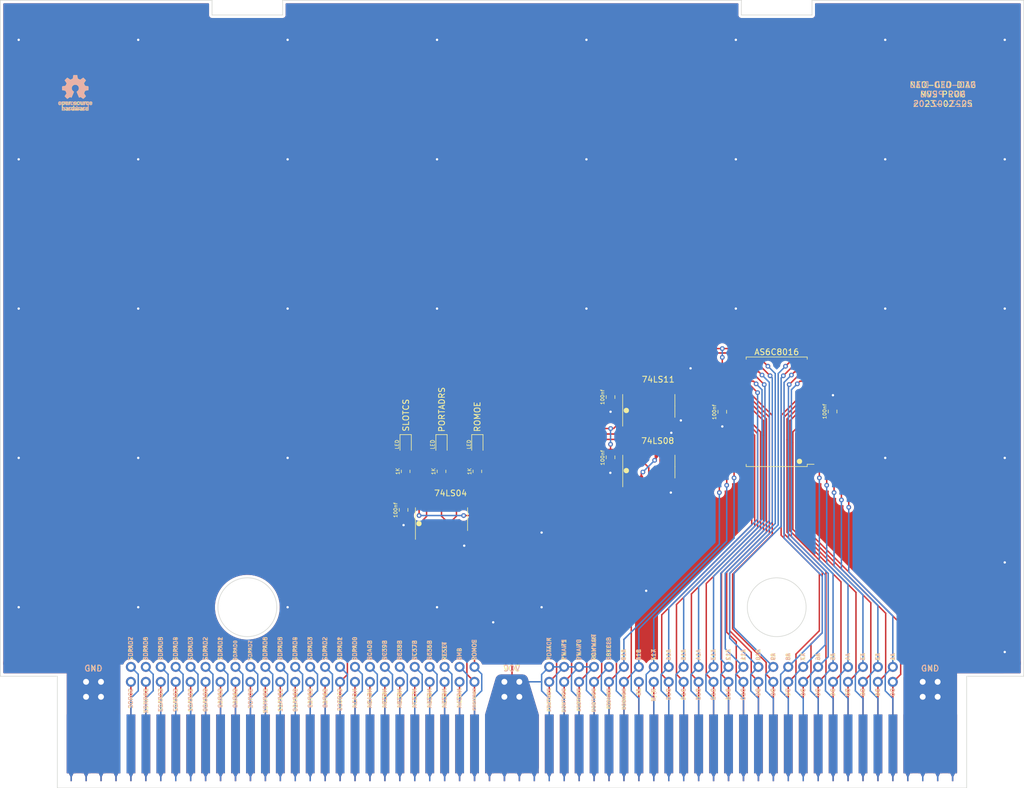
<source format=kicad_pcb>
(kicad_pcb (version 20211014) (generator pcbnew)
  (layers (0 "F.Cu" signal) (31 "B.Cu" signal) (34 "B.Paste" user) (35 "F.Paste" user) (36 "B.SilkS" user "B.Silkscreen") (37 "F.SilkS" user "F.Silkscreen") (38 "B.Mask" user) (39 "F.Mask" user) (44 "Edge.Cuts" user))
  (property "REV" "2023-02-25")
  (net 0 "")
  (net 1 "VCC")
  (net 2 "GND")
  (net 3 "A1")
  (net 4 "A2")
  (net 5 "A3")
  (net 6 "A4")
  (net 7 "A5")
  (net 8 "A6")
  (net 9 "A7")
  (net 10 "A8")
  (net 11 "A9")
  (net 12 "A10")
  (net 13 "A11")
  (net 14 "A12")
  (net 15 "A13")
  (net 16 "A14")
  (net 17 "A15")
  (net 18 "A16")
  (net 19 "A17")
  (net 20 "A18")
  (net 21 "A19")
  (net 22 "68KCLKB")
  (net 23 "ROMOE")
  (net 24 "4MB")
  (net 25 "RESET")
  (net 26 "SDPAD0")
  (net 27 "SDPAD1")
  (net 28 "SDPAD2")
  (net 29 "SDPAD3")
  (net 30 "SDPAD4")
  (net 31 "SDPAD5")
  (net 32 "SDPAD6")
  (net 33 "SDPAD7")
  (net 34 "SDRAD0")
  (net 35 "SDRAD1")
  (net 36 "SDRAD2")
  (net 37 "SDRAD3")
  (net 38 "SDRAD4")
  (net 39 "SDRAD5")
  (net 40 "SDRAD6")
  (net 41 "SDRAD7")
  (net 42 "R{slash}W")
  (net 43 "AS")
  (net 44 "SDPA8")
  (net 45 "D0")
  (net 46 "D1")
  (net 47 "D2")
  (net 48 "D3")
  (net 49 "D5")
  (net 50 "D6")
  (net 51 "D7")
  (net 52 "D8")
  (net 53 "D9")
  (net 54 "D10")
  (net 55 "D11")
  (net 56 "D12")
  (net 57 "D13")
  (net 58 "D14")
  (net 59 "D15")
  (net 60 "SDPA9")
  (net 61 "SDPA10")
  (net 62 "ROMOEU")
  (net 63 "ROMOEL")
  (net 64 "PORTOEU")
  (net 65 "PORTOEL")
  (net 66 "PORTWEU")
  (net 67 "PORTWEL")
  (net 68 "NC34A")
  (net 69 "NC35A")
  (net 70 "NC36A")
  (net 71 "NC37A")
  (net 72 "NC38A")
  (net 73 "NC39A")
  (net 74 "NC40A")
  (net 75 "NC41A")
  (net 76 "SDPA11")
  (net 77 "SDPMPX")
  (net 78 "SDPOE")
  (net 79 "SDRA8")
  (net 80 "SDRA9")
  (net 81 "SDRA20")
  (net 82 "SDRA21")
  (net 83 "SDRA22")
  (net 84 "SDRA23")
  (net 85 "SDRMPX")
  (net 86 "SDROE")
  (net 87 "WE")
  (net 88 "LB")
  (net 89 "UB")
  (net 90 "D4")
  (net 91 "OE")
  (net 92 "NC36B")
  (net 93 "NC37B")
  (net 94 "NC38B")
  (net 95 "NC39B")
  (net 96 "NC40B")
  (net 97 "PORTADRS")
  (net 98 "SLOTCS")
  (net 99 "/PORTOE")
  (net 100 "/ROMOE-A")
  (net 101 "Net-(D1-Pad2)")
  (net 102 "Net-(D2-Pad2)")
  (net 109 "Net-(D3-Pad2)")
  (net 110 "/!ROMOE")
  (net 111 "/!SLOTCS")
  (net 112 "/!PORTADRS")
  (footprint "neogeo-diag:neogeo-mvs-prog-a-side-edge" (layer "F.Cu") (at 141 150.241)
    (fp_text reference "J2" hide)
    (fp_text value "NeoGeo MVS Prog A Side Edge")
  )
  (footprint "neogeo-diag:neogeo-mvs-prog-edge-test-points" (layer "F.Cu") (at 214.65 137.15 -90)
    (fp_text reference "J3" hide)
    (fp_text value "NeoGeo MVS Prog B Side Edge" hide)
  )
  (footprint "LED_SMD:LED_0805_2012Metric" (layer "F.Cu") (at 127.762 99.314 -90)
    (fp_text reference "D2" hide)
    (fp_text value "LED")
  )
  (footprint "Package_SO:SO-14_3.9x8.65mm_P1.27mm" (layer "F.Cu") (at 163.01 103.075 90)
    (fp_text reference "U3" hide)
    (fp_text value "74LS08")
  )
  (footprint "Package_SO:TSOP-II-44_10.16x18.41mm_P0.8mm" (layer "F.Cu") (at 184.75 93.75 180)
    (fp_text reference "U1" hide)
    (fp_text value "AS6C8016")
  )
  (footprint "Symbol:OSHW-Logo_5.7x6mm_SilkScreen" (layer "F.Cu") (at 65.5 39.5)
    (fp_text reference "REF**" hide)
    (fp_text value "OSHW-Logo_5.7x6mm_SilkScreen" hide)
  )
  (footprint "Capacitor_SMD:C_0805_2012Metric" (layer "F.Cu") (at 156.5 91.25 -90)
    (fp_text reference "C4" hide)
    (fp_text value "100nf")
  )
  (footprint "Resistor_SMD:R_0805_2012Metric" (layer "F.Cu") (at 121.666 103.886 -90)
    (fp_text reference "R3" hide)
    (fp_text value "1K")
  )
  (footprint "Capacitor_SMD:C_0805_2012Metric" (layer "F.Cu") (at 121.3104 110.4392 -90)
    (fp_text reference "C5" hide)
    (fp_text value "100nf")
  )
  (footprint "LED_SMD:LED_0805_2012Metric" (layer "F.Cu") (at 121.666 99.314 -90)
    (fp_text reference "D3" hide)
    (fp_text value "LED")
  )
  (footprint "Resistor_SMD:R_0805_2012Metric" (layer "F.Cu") (at 127.762 103.886 -90)
    (fp_text reference "R2" hide)
    (fp_text value "1K")
  )
  (footprint "Capacitor_SMD:C_0805_2012Metric" (layer "F.Cu") (at 156.5 101.5 -90)
    (fp_text reference "C3" hide)
    (fp_text value "100nf")
  )
  (footprint "Capacitor_SMD:C_0805_2012Metric" (layer "F.Cu") (at 194.25 93.7 90)
    (fp_text reference "C2" hide)
    (fp_text value "100nf")
  )
  (footprint "Package_SO:SO-14_3.9x8.65mm_P1.27mm" (layer "F.Cu") (at 127.762 112.014 90)
    (fp_text reference "U4" hide)
    (fp_text value "74LS04")
  )
  (footprint "Package_SO:SO-14_3.9x8.65mm_P1.27mm" (layer "F.Cu") (at 163 92.75 90)
    (fp_text reference "U2" hide)
    (fp_text value "74LS11")
  )
  (footprint "LED_SMD:LED_0805_2012Metric" (layer "F.Cu") (at 133.858 99.314 -90)
    (fp_text reference "D1" hide)
    (fp_text value "LED")
  )
  (footprint "neogeo-diag:neogeo-mvs-prog-edge-test-points" (layer "F.Cu") (at 214.65 139.7 -90)
    (fp_text reference "J4" hide)
    (fp_text value "NeoGeo MVS Prog A Side Edge" hide)
  )
  (footprint "Resistor_SMD:R_0805_2012Metric" (layer "F.Cu") (at 133.858 103.886 -90)
    (fp_text reference "R1" hide)
    (fp_text value "1K")
  )
  (footprint "Capacitor_SMD:C_0805_2012Metric" (layer "F.Cu") (at 175.5 93.75 -90)
    (fp_text reference "C1" hide)
    (fp_text value "100nf")
  )
  (footprint "Symbol:OSHW-Logo_5.7x6mm_SilkScreen" (layer "B.Cu") (at 65.5 39.5 180)
    (fp_text reference "REF**" hide)
    (fp_text value "OSHW-Logo_5.7x6mm_SilkScreen" hide)
  )
  (footprint "neogeo-diag:neogeo-mvs-prog-b-side-edge" (layer "B.Cu") (at 138.46 150.241 180)
    (fp_text reference "J1" hide)
    (fp_text value "NeoGeo MVS Prog B Side Edge")
  )
  (gr_circle (center 159.1818 93.528773) (end 159.556827 93.528773) (layer "F.SilkS") (width 0.15) (fill solid))
  (gr_circle (center 188.6204 102.1842) (end 188.995427 102.1842) (layer "F.SilkS") (width 0.15) (fill solid))
  (gr_circle (center 159.1818 103.759) (end 159.556827 103.759) (layer "F.SilkS") (width 0.15) (fill solid))
  (gr_circle (center 123.9266 112.776) (end 124.301627 112.776) (layer "F.SilkS") (width 0.15) (fill solid))
  (gr_line (start 100.75 26.25) (end 100.75 23.75) (layer "Edge.Cuts") (width 0.1))
  (gr_line (start 226.75 138.75) (end 226.75 23.75) (layer "Edge.Cuts") (width 0.1))
  (gr_line (start 100.75 23.75) (end 178.75 23.75) (layer "Edge.Cuts") (width 0.1))
  (gr_line (start 217.05 157.75) (end 217.05 138.76) (layer "Edge.Cuts") (width 0.1))
  (gr_line (start 52.75 138.75) (end 52.75 23.75) (layer "Edge.Cuts") (width 0.1))
  (gr_circle (center 184.75 127) (end 189.75 127) (layer "Edge.Cuts") (width 0.1) (fill none))
  (gr_line (start 88.75 26.25) (end 100.75 26.25) (layer "Edge.Cuts") (width 0.1))
  (gr_line (start 178.75 26.25) (end 178.75 23.75) (layer "Edge.Cuts") (width 0.1))
  (gr_line (start 62.45 157.75) (end 217.05 157.75) (layer "Edge.Cuts") (width 0.1))
  (gr_line (start 88.75 23.75) (end 88.75 26.25) (layer "Edge.Cuts") (width 0.1))
  (gr_line (start 190.75 26.25) (end 178.75 26.25) (layer "Edge.Cuts") (width 0.1))
  (gr_line (start 190.75 23.75) (end 190.75 26.25) (layer "Edge.Cuts") (width 0.1))
  (gr_line (start 52.75 23.75) (end 88.75 23.75) (layer "Edge.Cuts") (width 0.1))
  (gr_line (start 217.05 138.75) (end 226.75 138.75) (layer "Edge.Cuts") (width 0.1))
  (gr_circle (center 94.75 127) (end 99.75 127) (layer "Edge.Cuts") (width 0.1) (fill none))
  (gr_line (start 226.75 23.75) (end 190.75 23.75) (layer "Edge.Cuts") (width 0.1))
  (gr_line (start 62.45 157.75) (end 62.45 138.75) (layer "Edge.Cuts") (width 0.1))
  (gr_line (start 62.45 138.75) (end 52.75 138.75) (layer "Edge.Cuts") (width 0.1))
  (gr_text "ROMWAIT" (at 153.67 136.144 90) (layer "B.SilkS") (effects (font (size 0.7 0.7) (thickness 0.12)) (justify right mirror)))
  (gr_text "SDRMPX" (at 77.5208 140.716 90) (layer "B.SilkS") (effects (font (size 0.7 0.7) (thickness 0.12)) (justify left mirror)))
  (gr_text "A16" (at 166.37 136.144 90) (layer "B.SilkS") (effects (font (size 0.7 0.7) (thickness 0.12)) (justify right mirror)))
  (gr_text "A10" (at 181.61 136.144 90) (layer "B.SilkS") (effects (font (size 0.7 0.7) (thickness 0.12)) (justify right mirror)))
  (gr_text "A11" (at 179.07 136.144 90) (layer "B.SilkS") (effects (font (size 0.7 0.7) (thickness 0.12)) (justify right mirror)))
  (gr_text "NC38A" (at 120.65 140.716 90) (layer "B.SilkS") (effects (font (size 0.7 0.7) (thickness 0.12)) (justify left mirror)))
  (gr_text "NC40A" (at 115.57 140.716 90) (layer "B.SilkS") (effects (font (size 0.7 0.7) (thickness 0.12)) (justify left mirror)))
  (gr_text "SDPA11" (at 100.3808 140.716 90) (layer "B.SilkS") (effects (font (size 0.7 0.7) (thickness 0.12)) (justify left mirror)))
  (gr_text "SDPMPX" (at 97.8408 140.716 90) (layer "B.SilkS") (effects (font (size 0.7 0.7) (thickness 0.12)) (justify left mirror)))
  (gr_text "A5" (at 194.31 136.144 90) (layer "B.SilkS") (effects (font (size 0.7 0.7) (thickness 0.12)) (justify right mirror)))
  (gr_text "NC41A" (at 113.03 140.716 90) (layer "B.SilkS") (effects (font (size 0.7 0.7) (thickness 0.12)) (justify left mirror)))
  (gr_text "SDRAD3" (at 85.09 136.144 90) (layer "B.SilkS") (effects (font (size 0.7 0.7) (thickness 0.12)) (justify right mirror)))
  (gr_text "D5" (at 191.77 140.716 90) (layer "B.SilkS") (effects (font (size 0.7 0.7) (thickness 0.12)) (justify left mirror)))
  (gr_text "A18" (at 161.29 136.144 90) (layer "B.SilkS") (effects (font (size 0.7 0.7) (thickness 0.12)) (justify right mirror)))
  (gr_text "SDRAD0" (at 92.71 136.144 90) (layer "B.SilkS") (effects (font (size 0.5 0.6) (thickness 0.1)) (justify right mirror)))
  (gr_text "GND" (at 210.82 137.414) (layer "B.SilkS") (effects (font (size 1 1)) (justify mirror)))
  (gr_text "NC40B" (at 115.57 136.144 90) (layer "B.SilkS") (effects (font (size 0.7 0.7) (thickness 0.12)) (justify right mirror)))
  (gr_text "A1" (at 204.47 136.144 90) (layer "B.SilkS") (effects (font (size 0.7 0.7) (thickness 0.12)) (justify right mirror)))
  (gr_text "SDPOE" (at 95.3008 140.716 90) (layer "B.SilkS") (effects (font (size 0.7 0.7) (thickness 0.12)) (justify left mirror)))
  (gr_text "SDPA8" (at 108.0008 140.716 90) (layer "B.SilkS") (effects (font (size 0.7 0.7) (thickness 0.12)) (justify left mirror)))
  (gr_text "NC36A" (at 125.73 140.716 90) (layer "B.SilkS") (effects (font (size 0.7 0.7) (thickness 0.12)) (justify left mirror)))
  (gr_text "D0" (at 204.47 140.716 90) (layer "B.SilkS") (effects (font (size 0.7 0.7) (thickness 0.12)) (justify left mirror)))
  (gr_text "SDRAD2" (at 87.63 136.144 90) (layer "B.SilkS") (effects (font (size 0.7 0.7) (thickness 0.12)) (justify right mirror)))
  (gr_text "PDTACK" (at 146.05 136.144 90) (layer "B.SilkS") (effects (font (size 0.7 0.7) (thickness 0.12)) (justify right mirror)))
  (gr_text "A6" (at 191.77 136.144 90) (layer "B.SilkS") (effects (font (size 0.7 0.7) (thickness 0.12)) (justify right mirror)))
  (gr_text "D13" (at 171.45 140.716 90) (layer "B.SilkS") (effects (font (size 0.7 0.7) (thickness 0.12)) (justify left mirror)))
  (gr_text "A17" (at 163.83 136.144 90) (layer "B.SilkS") (effects (font (size 0.7 0.7) (thickness 0.12)) (justify right mirror)))
  (gr_text "D3" (at 196.85 140.716 90) (layer "B.SilkS") (effects (font (size 0.7 0.7) (thickness 0.12)) (justify left mirror)))
  (gr_text "SDPA9" (at 105.4608 140.716 90) (layer "B.SilkS") (effects (font (size 0.7 0.7) (thickness 0.12)) (justify left mirror)))
  (gr_text "D15" (at 166.37 140.716 90) (layer "B.SilkS") (effects (font (size 0.7 0.7) (thickness 0.12)) (justify left mirror)))
  (gr_text "A12" (at 176.53 136.144 90) (layer "B.SilkS") (effects (font (size 0.7 0.7) (thickness 0.12)) (justify right mirror)))
  (gr_text "PORTADRS" (at 133.35 140.716 90) (layer "B.SilkS") (effects (font (size 0.5 0.5) (thickness 0.1)) (justify left mirror)))
  (gr_text "NC38B" (at 120.65 136.144 90) (layer "B.SilkS") (effects (font (size 0.7 0.7) (thickness 0.12)) (justify right mirror)))
  (gr_text "SDPAD4" (at 102.87 136.144 90) (layer "B.SilkS") (effects (font (size 0.7 0.7) (thickness 0.12)) (justify right mirror)))
  (gr_text "SDRA23" (at 80.01 140.716 90) (layer "B.SilkS") (effects (font (size 0.7 0.7) (thickness 0.12)) (justify left mirror)))
  (gr_text "AS" (at 161.29 140.716 90) (layer "B.SilkS") (effects (font (size 0.7 0.7) (thickness 0.12)) (justify left mirror)))
  (gr_text "A13" (at 173.99 136.144 90) (layer "B.SilkS") (effects (font (size 0.7 0.7) (thickness 0.12)) (justify right mirror)))
  (gr_text "SDRAD1" (at 90.17 136.144 90) (layer "B.SilkS") (effects (font (size 0.7 0.7) (thickness 0.12)) (justify right mirror)))
  (gr_text "VCC" (at 139.7 137.414) (layer "B.SilkS") (effects (font (size 1 1)) (justify mirror)))
  (gr_text "NC39B" (at 118.11 136.144 90) (layer "B.SilkS") (effects (font (size 0.7 0.7) (thickness 0.12)) (justify right mirror)))
  (gr_text "PWAIT1" (at 148.59 136.144 90) (layer "B.SilkS") (effects (font (size 0.7 0.7) (thickness 0.12)) (justify right mirror)))
  (gr_text "D1" (at 201.93 140.716 90) (layer "B.SilkS") (effects (font (size 0.7 0.7) (thickness 0.12)) (justify left mirror)))
  (gr_text "NC37A" (at 123.19 140.716 90) (layer "B.SilkS") (effects (font (size 0.7 0.7) (thickness 0.12)) (justify left mirror)))
  (gr_text "NC34A" (at 130.81 140.716 90) (layer "B.SilkS") (effects (font (size 0.7 0.7) (thickness 0.12)) (justify left mirror)))
  (gr_text "SDRA22" (at 82.55 140.716 90) (layer "B.SilkS") (effects (font (size 0.7 0.7) (thickness 0.12)) (justify left mirror)))
  (gr_text "SDPAD6" (at 97.79 136.144 90) (layer "B.SilkS") (effects (font (size 0.7 0.7) (thickness 0.12)) (justify right mirror)))
  (gr_text "SDRAD5" (at 80.01 136.144 90) (layer "B.SilkS") (effects (font (size 0.7 0.7) (thickness 0.12)) (justify right mirror)))
  (gr_text "A7" (at 189.23 136.144 90) (layer "B.SilkS") (effects (font (size 0.7 0.7) (thickness 0.12)) (justify right mirror)))
  (gr_text "A2" (at 201.93 136.144 90) (layer "B.SilkS") (effects (font (size 0.7 0.7) (thickness 0.12)) (justify right mirror)))
  (gr_text "D12" (at 173.99 140.716 90) (layer "B.SilkS") (effects (font (size 0.7 0.7) (thickness 0.12)) (justify left mirror)))
  (gr_text "A14" (at 171.45 136.144 90) (layer "B.SilkS") (effects (font (size 0.7 0.7) (thickness 0.12)) (justify right mirror)))
  (gr_text "SDRAD7" (at 74.93 136.144 90) (layer "B.SilkS") (effects (font (size 0.7 0.7) (thickness 0.12)) (justify right mirror)))
  (gr_text "PORTOEU" (at 153.67 140.716 90) (layer "B.SilkS") (effects (font (size 0.6 0.6) (thickness 0.11)) (justify left mirror)))
  (gr_text "D11" (at 176.53 140.716 90) (layer "B.SilkS") (effects (font (size 0.7 0.7) (thickness 0.12)) (justify left mirror)))
  (gr_text "SDPA10" (at 102.9208 140.716 90) (layer "B.SilkS") (effects (font (size 0.7 0.7) (thickness 0.12)) (justify left mirror)))
  (gr_text "SDRA21" (at 85.09 140.716 90) (layer "B.SilkS") (effects (font (size 0.7 0.7) (thickness 0.12)) (justify left mirror)))
  (gr_text "RESET" (at 128.27 136.144 90) (layer "B.SilkS") (effects (font (size 0.7 0.7) (thickness 0.12)) (justify right mirror)))
  (gr_text "D7" (at 186.69 140.716 90) (layer "B.SilkS") (effects (font (size 0.7 0.7) (thickness 0.12)) (justify left mirror)))
  (gr_text "D9" (at 181.61 140.716 90) (layer "B.SilkS") (effects (font (size 0.7 0.7) (thickness 0.12)) (justify left mirror)))
  (gr_text "SDPAD0" (at 113.03 136.144 90) (layer "B.SilkS") (effects (font (size 0.7 0.7) (thickness 0.12)) (justify right mirror)))
  (gr_text "PORTOEL" (at 151.13 140.716 90) (layer "B.SilkS") (effects (font (size 0.6 0.6) (thickness 0.11)) (justify left mirror)))
  (gr_text "NC39A" (at 118.11 140.716 90) (layer "B.SilkS") (effects (font (size 0.7 0.7) (thickness 0.12)) (justify left mirror)))
  (gr_text "PWAIT0" (at 151.13 136.144 90) (layer "B.SilkS") (effects (font (size 0.7 0.7) (thickness 0.12)) (justify right mirror)))
  (gr_text "ROMOEU" (at 158.8 140.716 90) (layer "B.SilkS") (effects (font (size 0.6 0.6) (thickness 0.11)) (justify left mirror)))
  (gr_text "SDRA8" (at 92.71 140.716 90) (layer "B.SilkS") (effects (font (size 0.7 0.7) (thickness 0.12)) (justify left mirror)))
  (gr_text "NC37B" (at 123.19 136.144 90) (layer "B.SilkS") (effects (font (size 0.7 0.7) (thickness 0.12)) (justify right mirror)))
  (gr_text "A4" (at 196.85 136.144 90) (layer "B.SilkS") (effects (font (size 0.7 0.7) (thickness 0.12)) (justify right mirror)))
  (gr_text "NEO-GEO DIAG\nMVS PROG\n2023-02-05" (at 213 39.75) (layer "B.SilkS") (effects (font (size 1 1)) (justify mirror)))
  (gr_text "D4" (at 194.31 140.716 90) (layer "B.SilkS") (effects (font (size 0.7 0.7) (thickness 0.12)) (justify left mirror)))
  (gr_text "SDRA9" (at 90.17 140.716 90) (layer "B.SilkS") (effects (font (size 0.7 0.7) (thickness 0.12)) (justify left mirror)))
  (gr_text "SDPAD1" (at 110.49 136.144 90) (layer "B.SilkS") (effects (font (size 0.7 0.7) (thickness 0.12)) (justify right mirror)))
  (gr_text "A15" (at 168.91 136.144 90) (layer "B.SilkS") (effects (font (size 0.7 0.7) (thickness 0.12)) (justify right mirror)))
  (gr_text "SDROE" (at 74.93 140.716 90) (layer "B.SilkS") (effects (font (size 0.7 0.7) (thickness 0.12)) (justify left mirror)))
  (gr_text "SDRAD6" (at 77.47 136.144 90) (layer "B.SilkS") (effects (font (size 0.7 0.7) (thickness 0.12)) (justify right mirror)))
  (gr_text "D8" (at 184.15 140.716 90) (layer "B.SilkS") (effects (font (size 0.7 0.7) (thickness 0.12)) (justify left mirror)))
  (gr_text "GND" (at 68.58 137.414) (layer "B.SilkS") (effects (font (size 1 1)) (justify mirror)))
  (gr_text "D6" (at 189.23 140.716 90) (layer "B.SilkS") (effects (font (size 0.7 0.7) (thickness 0.12)) (justify left mirror)))
  (gr_text "4MB" (at 130.81 136.144 90) (layer "B.SilkS") (effects (font (size 0.7 0.7) (thickness 0.12)) (justify right mirror)))
  (gr_text "A3" (at 199.39 136.144 90) (layer "B.SilkS") (effects (font (size 0.7 0.7) (thickness 0.12)) (justify right mirror)))
  (gr_text "SDPAD7" (at 95.25 136.144 90) (layer "B.SilkS") (effects (font (size 0.6 0.6) (thickness 0.1)) (justify right mirror)))
  (gr_text "NC35A" (at 128.27 140.716 90) (layer "B.SilkS") (effects (font (size 0.7 0.7) (thickness 0.12)) (justify left mirror)))
  (gr_text "NC36B" (at 125.73 136.144 90) (layer "B.SilkS") (effects (font (size 0.7 0.7) (thickness 0.12)) (justify right mirror)))
  (gr_text "A8" (at 186.69 136.144 90) (layer "B.SilkS") (effects (font (size 0.7 0.7) (thickness 0.12)) (justify right mirror)))
  (gr_text "SDRA20" (at 87.63 140.716 90) (layer "B.SilkS") (effects (font (size 0.7 0.7) (thickness 0.12)) (justify left mirror)))
  (gr_text "ROMOE" (at 133.35 136.144 90) (layer "B.SilkS") (effects (font (size 0.7 0.7) (thickness 0.12)) (justify right mirror)))
  (gr_text "R/W" (at 163.83 140.716 90) (layer "B.SilkS") (effects (font (size 0.7 0.7) (thickness 0.12)) (justify left mirror)))
  (gr_text "ROMOEL" (at 156.21 140.716 90) (layer "B.SilkS") (effects (font (size 0.6 0.6) (thickness 0.11)) (justify left mirror)))
  (gr_text "SDRAD4" (at 82.55 136.144 90) (layer "B.SilkS") (effects (font (size 0.7 0.7) (thickness 0.12)) (justify right mirror)))
  (gr_text "68KCLB" (at 156.21 136.144 90) (layer "B.SilkS") (effects (font (size 0.7 0.7) (thickness 0.12)) (justify right mirror)))
  (gr_text "D14" (at 168.91 140.716 90) (layer "B.SilkS") (effects (font (size 0.7 0.7) (thickness 0.12)) (justify left mirror)))
  (gr_text "A19" (at 158.75 136.144 90) (layer "B.SilkS") (effects (font (size 0.7 0.7) (thickness 0.12)) (justify right mirror)))
  (gr_text "SDPAD2" (at 107.95 136.144 90) (layer "B.SilkS") (effects (font (size 0.7 0.7) (thickness 0.12)) (justify right mirror)))
  (gr_text "A9" (at 184.15 136.144 90) (layer "B.SilkS") (effects (font (size 0.7 0.7) (thickness 0.12)) (justify right mirror)))
  (gr_text "D2" (at 199.39 140.716 90) (layer "B.SilkS") (effects (font (size 0.7 0.7) (thickness 0.12)) (justify left mirror)))
  (gr_text "PORTWEU" (at 148.59 140.716 90) (layer "B.SilkS") (effects (font (size 0.6 0.6) (thickness 0.11)) (justify left mirror)))
  (gr_text "SDPAD3" (at 105.41 136.144 90) (layer "B.SilkS") (effects (font (size 0.7 0.7) (thickness 0.12)) (justify right mirror)))
  (gr_text "D10" (at 179.07 140.716 90) (layer "B.SilkS") (effects (font (size 0.7 0.7) (thickness 0.12)) (justify left mirror)))
  (gr_text "SLOTCS" (at 110.49 140.716 90) (layer "B.SilkS") (effects (font (size 0.7 0.7) (thickness 0.12)) (justify left mirror)))
  (gr_text "SDPAD5" (at 100.33 136.144 90) (layer "B.SilkS") (effects (font (size 0.7 0.7) (thickness 0.12)) (justify right mirror)))
  (gr_text "PORTWEL" (at 146.05 140.716 90) (layer "B.SilkS") (effects (font (size 0.6 0.6) (thickness 0.11)) (justify left mirror)))
  (gr_text "SDRMPX" (at 77.5208 140.716 90) (layer "F.SilkS") (effects (font (size 0.7 0.7) (thickness 0.12)) (justify right)))
  (gr_text "SDPAD4" (at 102.87 136.144 90) (layer "F.SilkS") (effects (font (size 0.7 0.7) (thickness 0.12)) (justify left)))
  (gr_text "A10" (at 181.61 136.144 90) (layer "F.SilkS") (effects (font (size 0.7 0.7) (thickness 0.12)) (justify left)))
  (gr_text "A1" (at 204.47 136.144 90) (layer "F.SilkS") (effects (font (size 0.7 0.7) (thickness 0.12)) (justify left)))
  (gr_text "ROMWAIT" (at 153.67 136.144 90) (layer "F.SilkS") (effects (font (size 0.7 0.7) (thickness 0.12)) (justify left)))
  (gr_text "SDRAD1" (at 90.17 136.144 90) (layer "F.SilkS") (effects (font (size 0.7 0.7) (thickness 0.12)) (justify left)))
  (gr_text "PORTOEU" (at 153.67 140.716 90) (layer "F.SilkS") (effects (font (size 0.6 0.6) (thickness 0.11)) (justify right)))
  (gr_text "SDPAD7" (at 95.25 136.144 90) (layer "F.SilkS") (effects (font (size 0.6 0.6) (thickness 0.1)) (justify left)))
  (gr_text "D13" (at 171.45 140.716 90) (layer "F.SilkS") (effects (font (size 0.7 0.7) (thickness 0.12)) (justify right)))
  (gr_text "A17" (at 163.83 136.144 90) (layer "F.SilkS") (effects (font (size 0.7 0.7) (thickness 0.12)) (justify left)))
  (gr_text "SDRAD2" (at 87.63 136.144 90) (layer "F.SilkS") (effects (font (size 0.7 0.7) (thickness 0.12)) (justify left)))
  (gr_text "A12" (at 176.53 136.144 90) (layer "F.SilkS") (effects (font (size 0.7 0.7) (thickness 0.12)) (justify left)))
  (gr_text "D11" (at 176.53 140.716 90) (layer "F.SilkS") (effects (font (size 0.7 0.7) (thickness 0.12)) (justify right)))
  (gr_text "ROMOE" (at 133.35 136.144 90) (layer "F.SilkS") (effects (font (size 0.7 0.7) (thickness 0.12)) (justify left)))
  (gr_text "PWAIT1" (at 148.59 136.144 90) (layer "F.SilkS") (effects (font (size 0.7 0.7) (thickness 0.12)) (justify left)))
  (gr_text "D14" (at 168.91 140.716 90) (layer "F.SilkS") (effects (font (size 0.7 0.7) (thickness 0.12)) (justify right)))
  (gr_text "NEO-GEO DIAG\nMVS PROG\n${REV}" (at 213 39.75) (layer "F.SilkS") (effects (font (size 1 1))))
  (gr_text "A8" (at 186.69 136.144 90) (layer "F.SilkS") (effects (font (size 0.7 0.7) (thickness 0.12)) (justify left)))
  (gr_text "SDRA20" (at 87.63 140.716 90) (layer "F.SilkS") (effects (font (size 0.7 0.7) (thickness 0.12)) (justify right)))
  (gr_text "4MB" (at 130.81 136.144 90) (layer "F.SilkS") (effects (font (size 0.7 0.7) (thickness 0.12)) (justify left)))
  (gr_text "D15" (at 166.37 140.716 90) (layer "F.SilkS") (effects (font (size 0.7 0.7) (thickness 0.12)) (justify right)))
  (gr_text "SDPA8" (at 108.0008 140.716 90) (layer "F.SilkS") (effects (font (size 0.7 0.7) (thickness 0.12)) (justify right)))
  (gr_text "SDRAD4" (at 82.55 136.144 90) (layer "F.SilkS") (effects (font (size 0.7 0.7) (thickness 0.12)) (justify left)))
  (gr_text "NC39B" (at 118.11 136.144 90) (layer "F.SilkS") (effects (font (size 0.7 0.7) (thickness 0.12)) (justify left)))
  (gr_text "NC37B" (at 123.19 136.144 90) (layer "F.SilkS") (effects (font (size 0.7 0.7) (thickness 0.12)) (justify left)))
  (gr_text "SDPAD5" (at 100.33 136.144 90) (layer "F.SilkS") (effects (font (size 0.7 0.7) (thickness 0.12)) (justify left)))
  (gr_text "SDRAD6" (at 77.47 136.144 90) (layer "F.SilkS") (effects (font (size 0.7 0.7) (thickness 0.12)) (justify left)))
  (gr_text "D3" (at 196.85 140.716 90) (layer "F.SilkS") (effects (font (size 0.7 0.7) (thickness 0.12)) (justify right)))
  (gr_text "SDPMPX" (at 97.8408 140.716 90) (layer "F.SilkS") (effects (font (size 0.7 0.7) (thickness 0.12)) (justify right)))
  (gr_text "NC41A" (at 113.03 140.716 90) (layer "F.SilkS") (effects (font (size 0.7 0.7) (thickness 0.12)) (justify right)))
  (gr_text "PDTACK" (at 146.05 136.144 90) (layer "F.SilkS") (effects (font (size 0.7 0.7) (thickness 0.12)) (justify left)))
  (gr_text "SDPAD2" (at 107.95 136.144 90) (layer "F.SilkS") (effects (font (size 0.7 0.7) (thickness 0.12)) (justify left)))
  (gr_text "SLOTCS" (at 110.49 140.716 90) (layer "F.SilkS") (effects (font (size 0.7 0.7) (thickness 0.12)) (justify right)))
  (gr_text "NC38B" (at 120.65 136.144 90) (layer "F.SilkS") (effects (font (size 0.7 0.7) (thickness 0.12)) (justify left)))
  (gr_text "SDPAD3" (at 105.41 136.144 90) (layer "F.SilkS") (effects (font (size 0.7 0.7) (thickness 0.12)) (justify left)))
  (gr_text "D8" (at 184.15 140.716 90) (layer "F.SilkS") (effects (font (size 0.7 0.7) (thickness 0.12)) (justify right)))
  (gr_text "A11" (at 179.07 136.144 90) (layer "F.SilkS") (effects (font (size 0.7 0.7) (thickness 0.12)) (justify left)))
  (gr_text "A15" (at 168.91 136.144 90) (layer "F.SilkS") (effects (font (size 0.7 0.7) (thickness 0.12)) (justify left)))
  (gr_text "A7" (at 189.23 136.144 90) (layer "F.SilkS") (effects (font (size 0.7 0.7) (thickness 0.12)) (justify left)))
  (gr_text "A2" (at 201.93 136.144 90) (layer "F.SilkS") (effects (font (size 0.7 0.7) (thickness 0.12)) (justify left)))
  (gr_text "SLOTCS" (at 121.7168 94.3356 90) (layer "F.SilkS") (effects (font (size 1 1))))
  (gr_text "NC38A" (at 120.65 140.716 90) (layer "F.SilkS") (effects (font (size 0.7 0.7) (thickness 0.12)) (justify right)))
  (gr_text "SDPA11" (at 100.3808 140.716 90) (layer "F.SilkS") (effects (font (size 0.7 0.7) (thickness 0.12)) (justify right)))
  (gr_text "ROMOE" (at 133.858 94.5896 90) (layer "F.SilkS") (effects (font (size 1 1))))
  (gr_text "A6" (at 191.77 136.144 90) (layer "F.SilkS") (effects (font (size 0.7 0.7) (thickness 0.12)) (justify left)))
  (gr_text "SDRA21" (at 85.09 140.716 90) (layer "F.SilkS") (effects (font (size 0.7 0.7) (thickness 0.12)) (justify right)))
  (gr_text "D5" (at 191.77 140.716 90) (layer "F.SilkS") (effects (font (size 0.7 0.7) (thickness 0.12)) (justify right)))
  (gr_text "PORTADRS" (at 127.8128 93.3704 90) (layer "F.SilkS") (effects (font (size 1 1))))
  (gr_text "D7" (at 186.69 140.716 90) (layer "F.SilkS") (effects (font (size 0.7 0.7) (thickness 0.12)) (justify right)))
  (gr_text "D0" (at 204.47 140.716 90) (layer "F.SilkS") (effects (font (size 0.7 0.7) (thickness 0.12)) (justify right)))
  (gr_text "A16" (at 166.37 136.144 90) (layer "F.SilkS") (effects (font (size 0.7 0.7) (thickness 0.12)) (justify left)))
  (gr_text "PORTADRS" (at 133.35 140.716 90) (layer "F.SilkS") (effects (font (size 0.5 0.5) (thickness 0.1)) (justify right)))
  (gr_text "SDPAD6" (at 97.79 136.144 90) (layer "F.SilkS") (effects (font (size 0.7 0.7) (thickness 0.12)) (justify left)))
  (gr_text "A9" (at 184.15 136.144 90) (layer "F.SilkS") (effects (font (size 0.7 0.7) (thickness 0.12)) (justify left)))
  (gr_text "SDRA23" (at 80.01 140.716 90) (layer "F.SilkS") (effects (font (size 0.7 0.7) (thickness 0.12)) (justify right)))
  (gr_text "SDRAD5" (at 80.01 136.144 90) (layer "F.SilkS") (effects (font (size 0.7 0.7) (thickness 0.12)) (justify left)))
  (gr_text "SDPAD0" (at 113.03 136.144 90) (layer "F.SilkS") (effects (font (size 0.7 0.7) (thickness 0.12)) (justify left)))
  (gr_text "A4" (at 196.85 136.144 90) (layer "F.SilkS") (effects (font (size 0.7 0.7) (thickness 0.12)) (justify left)))
  (gr_text "SDROE" (at 74.93 140.716 90) (layer "F.SilkS") (effects (font (size 0.7 0.7) (thickness 0.12)) (justify right)))
  (gr_text "SDPOE" (at 95.3008 140.716 90) (layer "F.SilkS") (effects (font (size 0.7 0.7) (thickness 0.12)) (justify right)))
  (gr_text "ROMOEL" (at 156.21 140.716 90) (layer "F.SilkS") (effects (font (size 0.6 0.6) (thickness 0.11)) (justify right)))
  (gr_text "NC40A" (at 115.57 140.716 90) (layer "F.SilkS") (effects (font (size 0.7 0.7) (thickness 0.12)) (justify right)))
  (gr_text "D4" (at 194.31 140.716 90) (layer "F.SilkS") (effects (font (size 0.7 0.7) (thickness 0.12)) (justify right)))
  (gr_text "D2" (at 199.39 140.716 90) (layer "F.SilkS") (effects (font (size 0.7 0.7) (thickness 0.12)) (justify right)))
  (gr_text "VCC" (at 139.7 137.414) (layer "F.SilkS") (effects (font (size 1 1))))
  (gr_text "A13" (at 173.99 136.144 90) (layer "F.SilkS") (effects (font (size 0.7 0.7) (thickness 0.12)) (justify left)))
  (gr_text "SDRA9" (at 90.17 140.716 90) (layer "F.SilkS") (effects (font (size 0.7 0.7) (thickness 0.12)) (justify right)))
  (gr_text "GND" (at 68.58 137.414) (layer "F.SilkS") (effects (font (size 1 1))))
  (gr_text "SDPA9" (at 105.4608 140.716 90) (layer "F.SilkS") (effects (font (size 0.7 0.7) (thickness 0.12)) (justify right)))
  (gr_text "A19" (at 158.75 136.144 90) (layer "F.SilkS") (effects (font (size 0.7 0.7) (thickness 0.12)) (justify left)))
  (gr_text "A5" (at 194.31 136.144 90) (layer "F.SilkS") (effects (font (size 0.7 0.7) (thickness 0.12)) (justify left)))
  (gr_text "A14" (at 171.45 136.144 90) (layer "F.SilkS") (effects (font (size 0.7 0.7) (thickness 0.12)) (justify left)))
  (gr_text "SDPAD1" (at 110.49 136.144 90) (layer "F.SilkS") (effects (font (size 0.7 0.7) (thickness 0.12)) (justify left)))
  (gr_text "D6" (at 189.23 140.716 90) (layer "F.SilkS") (effects (font (size 0.7 0.7) (thickness 0.12)) (justify right)))
  (gr_text "D12" (at 173.99 140.716 90) (layer "F.SilkS") (effects (font (size 0.7 0.7) (thickness 0.12)) (justify right)))
  (gr_text "NC40B" (at 115.57 136.144 90) (layer "F.SilkS") (effects (font (size 0.7 0.7) (thickness 0.12)) (justify left)))
  (gr_text "GND" (at 210.82 137.414) (layer "F.SilkS") (effects (font (size 1 1))))
  (gr_text "SDRA8" (at 92.71 140.716 90) (layer "F.SilkS") (effects (font (size 0.7 0.7) (thickness 0.12)) (justify right)))
  (gr_text "PORTWEL" (at 146.05 140.716 90) (layer "F.SilkS") (effects (font (size 0.6 0.6) (thickness 0.11)) (justify right)))
  (gr_text "68KCLB" (at 156.21 136.144 90) (layer "F.SilkS") (effects (font (size 0.7 0.7) (thickness 0.12)) (justify left)))
  (gr_text "AS" (at 161.29 140.716 90) (layer "F.SilkS") (effects (font (size 0.7 0.7) (thickness 0.12)) (justify right)))
  (gr_text "SDPA10" (at 102.9208 140.716 90) (layer "F.SilkS") (effects (font (size 0.7 0.7) (thickness 0.12)) (justify right)))
  (gr_text "NC36B" (at 125.73 136.144 90) (layer "F.SilkS") (effects (font (size 0.7 0.7) (thickness 0.12)) (justify left)))
  (gr_text "PORTWEU" (at 148.59 140.716 90) (layer "F.SilkS") (effects (font (size 0.6 0.6) (thickness 0.11)) (justify right)))
  (gr_text "D1" (at 201.93 140.716 90) (layer "F.SilkS") (effects (font (size 0.7 0.7) (thickness 0.12)) (justify right)))
  (gr_text "SDRA22" (at 82.55 140.716 90) (layer "F.SilkS") (effects (font (size 0.7 0.7) (thickness 0.12)) (justify right)))
  (gr_text "SDRAD0" (at 92.71 136.144 90) (layer "F.SilkS") (effects (font (size 0.6 0.6) (thickness 0.1)) (justify left)))
  (gr_text "PORTOEL" (at 151.13 140.716 90) (layer "F.SilkS") (effects (font (size 0.6 0.6) (thickness 0.11)) (justify right)))
  (gr_text "NC37A" (at 123.19 140.716 90) (layer "F.SilkS") (effects (font (size 0.7 0.7) (thickness 0.12)) (justify right)))
  (gr_text "A18" (at 161.29 136.144 90) (layer "F.SilkS") (effects (font (size 0.7 0.7) (thickness 0.12)) (justify left)))
  (gr_text "NC35A" (at 128.27 140.716 90) (layer "F.SilkS") (effects (font (size 0.7 0.7) (thickness 0.12)) (justify right)))
  (gr_text "RESET" (at 128.27 136.144 90) (layer "F.SilkS") (effects (font (size 0.7 0.7) (thickness 0.12)) (justify left)))
  (gr_text "SDRAD7" (at 74.93 136.144 90) (layer "F.SilkS") (effects (font (size 0.7 0.7) (thickness 0.12)) (justify left)))
  (gr_text "NC36A" (at 125.73 140.716 90) (layer "F.SilkS") (effects (font (size 0.7 0.7) (thickness 0.12)) (justify right)))
  (gr_text "A3" (at 199.39 136.144 90) (layer "F.SilkS") (effects (font (size 0.7 0.7) (thickness 0.12)) (justify left)))
  (gr_text "NC39A" (at 118.11 140.716 90) (layer "F.SilkS") (effects (font (size 0.7 0.7) (thickness 0.12)) (justify right)))
  (gr_text "ROMOEU" (at 158.8 140.716 90) (layer "F.SilkS") (effects (font (size 0.6 0.6) (thickness 0.11)) (justify right)))
  (gr_text "NC34A" (at 130.81 140.716 90) (layer "F.SilkS") (effects (font (size 0.7 0.7) (thickness 0.12)) (justify right)))
  (gr_text "PWAIT0" (at 151.13 136.144 90) (layer "F.SilkS") (effects (font (size 0.7 0.7) (thickness 0.12)) (justify left)))
  (gr_text "D9" (at 181.61 140.716 90) (layer "F.SilkS") (effects (font (size 0.7 0.7) (thickness 0.12)) (justify right)))
  (gr_text "SDRAD3" (at 85.09 136.144 90) (layer "F.SilkS") (effects (font (size 0.7 0.7) (thickness 0.12)) (justify left)))
  (gr_text "R/W" (at 163.83 140.716 90) (layer "F.SilkS") (effects (font (size 0.7 0.7) (thickness 0.12)) (justify right)))
  (gr_text "D10" (at 179.07 140.716 90) (layer "F.SilkS") (effects (font (size 0.7 0.7) (thickness 0.12)) (justify right)))
  (segment (start 139.75 114.504) (end 139.75 140.666) (width 0.25) (layer "F.Cu") (net 1))
  (segment (start 158.05 100.55) (end 159.165 100.55) (width 0.25) (layer "F.Cu") (net 1))
  (segment (start 156.5 100.55) (end 158.05 100.55) (width 0.25) (layer "F.Cu") (net 1))
  (segment (start 179.1625 93.35) (end 177.6 93.35) (width 0.25) (layer "F.Cu") (net 1))
  (segment (start 153.25 96.6) (end 156.4856 96.6) (width 0.25) (layer "F.Cu") (net 1))
  (segment (start 160.46 90.275) (end 159.19 90.275) (width 0.25) (layer "F.Cu") (net 1))
  (segment (start 158 90.3) (end 159.165 90.3) (width 0.25) (layer "F.Cu") (net 1))
  (segment (start 121.3104 109.4892) (end 123.9022 109.4892) (width 0.25) (layer "F.Cu") (net 1))
  (segment (start 123.952 109.539) (end 123.952 111.4044) (width 0.25) (layer "F.Cu") (net 1))
  (segment (start 177.05 92.8) (end 175.5 92.8) (width 0.25) (layer "F.Cu") (net 1))
  (segment (start 177.6 93.35) (end 177.05 92.8) (width 0.25) (layer "F.Cu") (net 1))
  (segment (start 159.165 90.3) (end 159.19 90.275) (width 0.25) (layer "F.Cu") (net 1))
  (segment (start 158 95.619) (end 158 90.3) (width 0.25) (layer "F.Cu") (net 1))
  (segment (start 175.5 85) (end 175.5 84.5) (width 0.25) (layer "F.Cu") (net 1))
  (segment (start 191.9 94.15) (end 192.4 94.65) (width 0.25) (layer "F.Cu") (net 1))
  (segment (start 195.418 94.65) (end 194.25 94.65) (width 0.25) (layer "F.Cu") (net 1))
  (segment (start 190.3375 94.15) (end 191.9 94.15) (width 0.25) (layer "F.Cu") (net 1))
  (segment (start 175.5 92.8) (end 175.5 85) (width 0.25) (layer "F.Cu") (net 1))
  (segment (start 156.5 90.3) (end 158 90.3) (width 0.25) (layer "F.Cu") (net 1))
  (segment (start 139.75 111.3544) (end 139.75 110.1) (width 0.25) (layer "F.Cu") (net 1))
  (segment (start 192.4 94.65) (end 192.6 94.65) (width 0.25) (layer "F.Cu") (net 1))
  (segment (start 192.6 94.65) (end 194.25 94.65) (width 0.25) (layer "F.Cu") (net 1))
  (segment (start 139.7 111.4044) (end 139.75 111.3544) (width 0.25) (layer "F.Cu") (net 1))
  (segment (start 191.75 83) (end 195.834 87.084) (width 0.25) (layer "F.Cu") (net 1))
  (segment (start 175.5 83) (end 166.25 83) (width 0.25) (layer "F.Cu") (net 1))
  (segment (start 166.25 83) (end 160.46 88.79) (width 0.25) (layer "F.Cu") (net 1))
  (segment (start 131.5212 111.4044) (end 139.7 111.4044) (width 0.25) (layer "F.Cu") (net 1))
  (segment (start 156.4856 96.6) (end 157.019 96.6) (width 0.25) (layer "F.Cu") (net 1))
  (segment (start 195.834 94.234) (end 195.418 94.65) (width 0.25) (layer "F.Cu") (net 1))
  (segment (start 160.46 88.79) (end 160.46 90.275) (width 0.25) (layer "F.Cu") (net 1))
  (segment (start 156.5 100.55) (end 156.5 99.278) (width 0.25) (layer "F.Cu") (net 1))
  (segment (start 139.75 114.504) (end 139.75 111.3544) (width 0.25) (layer "F.Cu") (net 1))
  (segment (start 157.019 96.6) (end 158 95.619) (width 0.25) (layer "F.Cu") (net 1))
  (segment (start 139.75 110.1) (end 153.25 96.6) (width 0.25) (layer "F.Cu") (net 1))
  (segment (start 123.9022 109.4892) (end 123.952 109.539) (width 0.25) (layer "F.Cu") (net 1))
  (segment (start 195.834 87.084) (end 195.834 94.234) (width 0.25) (layer "F.Cu") (net 1))
  (segment (start 175.5 83) (end 191.75 83) (width 0.25) (layer "F.Cu") (net 1))
  (via (at 175.5 83) (size 0.8) (drill 0.4) (layers "F.Cu" "B.Cu") (net 1))
  (via (at 156.5148 96.6) (size 0.8) (drill 0.4) (layers "F.Cu" "B.Cu") (net 1))
  (via (at 156.5 99.278) (size 0.8) (drill 0.4) (layers "F.Cu" "B.Cu") (net 1))
  (via (at 131.5212 111.4044) (size 0.8) (drill 0.4) (layers "F.Cu" "B.Cu") (net 1))
  (via (at 175.5 84.5) (size 0.8) (drill 0.4) (layers "F.Cu" "B.Cu") (net 1))
  (via (at 123.952 111.4044) (size 0.8) (drill 0.4) (layers "F.Cu" "B.Cu") (net 1))
  (segment (start 144.78 141.224) (end 144.78 139.7) (width 0.25) (layer "B.Cu") (net 1))
  (segment (start 151.13 151.22) (end 151.13 142.494) (width 0.25) (layer "B.Cu") (net 1))
  (segment (start 144.78 138.44) (end 146.07 137.15) (width 0.25) (layer "B.Cu") (net 1))
  (segment (start 152.4 138.44) (end 153.69 137.15) (width 0.25) (layer "B.Cu") (net 1))
  (segment (start 151.15 137.15) (end 148.61 137.15) (width 0.25) (layer "B.Cu") (net 1))
  (segment (start 153.7 142.464) (end 152.4 141.164) (width 0.25) (layer "B.Cu") (net 1))
  (segment (start 156.5 99.278) (end 156.5 96.6148) (width 0.25) (layer "B.Cu") (net 1))
  (segment (start 140.99 139.69) (end 144.77 139.69) (width 0.25) (layer "B.Cu") (net 1))
  (segment (start 123.952 111.4044) (end 131.5212 111.4044) (width 0.25) (layer "B.Cu") (net 1))
  (segment (start 146.075 142.5) (end 146.075 151.245) (width 0.25) (layer "B.Cu") (net 1))
  (segment (start 144.77 139.69) (end 144.78 139.7) (width 0.25) (layer "B.Cu") (net 1))
  (segment (start 153.69 137.15) (end 151.15 137.15) (width 0.25) (layer "B.Cu") (net 1))
  (segment (start 153.7 151.25) (end 153.7 142.464) (width 0.25) (layer "B.Cu") (net 1))
  (segment (start 148.61 137.15) (end 146.07 137.15) (width 0.25) (layer "B.Cu") (net 1))
  (segment (start 156.5 96.6148) (end 156.5148 96.6) (width 0.25) (layer "B.Cu") (net 1))
  (segment (start 147.32 138.44) (end 148.61 137.15) (width 0.25) (layer "B.Cu") (net 1))
  (segment (start 148.59 151.22) (end 148.59 142.494) (width 0.25) (layer "B.Cu") (net 1))
  (segment (start 146.056 142.5) (end 144.78 141.224) (width 0.25) (layer "B.Cu") (net 1))
  (segment (start 147.32 141.224) (end 147.32 138.44) (width 0.25) (layer "B.Cu") (net 1))
  (segment (start 148.59 142.494) (end 147.32 141.224) (width 0.25) (layer "B.Cu") (net 1))
  (segment (start 149.86 138.44) (end 151.15 137.15) (width 0.25) (layer "B.Cu") (net 1))
  (segment (start 151.13 142.494) (end 149.86 141.224) (width 0.25) (layer "B.Cu") (net 1))
  (segment (start 175.5 83) (end 175.5 84.5) (width 0.25) (layer "B.Cu") (net 1))
  (segment (start 152.4 141.164) (end 152.4 138.44) (width 0.25) (layer "B.Cu") (net 1))
  (segment (start 149.86 141.224) (end 149.86 138.44) (width 0.25) (layer "B.Cu") (net 1))
  (segment (start 144.78 139.7) (end 144.78 138.44) (width 0.25) (layer "B.Cu") (net 1))
  (segment (start 146.075 142.5) (end 146.056 142.5) (width 0.25) (layer "B.Cu") (net 1))
  (segment (start 177.05 94.7) (end 175.5 94.7) (width 0.25) (layer "F.Cu") (net 2))
  (segment (start 179.1625 94.15) (end 177.6 94.15) (width 0.25) (layer "F.Cu") (net 2))
  (segment (start 177.6 94.15) (end 177.05 94.7) (width 0.25) (layer "F.Cu") (net 2))
  (segment (start 190.3375 98.15) (end 192.68 98.15) (width 0.25) (layer "F.Cu") (net 2))
  (segment (start 191.9 93.35) (end 192.5 92.75) (width 0.25) (layer "F.Cu") (net 2))
  (segment (start 192.5 92.75) (end 194.25 92.75) (width 0.25) (layer "F.Cu") (net 2))
  (segment (start 190.3375 93.35) (end 191.9 93.35) (width 0.25) (layer "F.Cu") (net 2))
  (via (at 121.3104 113.03) (size 0.8) (drill 0.4) (layers "F.Cu" "B.Cu") (net 2))
  (via (at 177.8 50.8) (size 0.8) (drill 0.4) (layers "F.Cu" "B.Cu") (net 2))
  (via (at 156.464 104.14) (size 0.8) (drill 0.4) (layers "F.Cu" "B.Cu") (net 2))
  (via (at 223.52 30.48) (size 0.8) (drill 0.4) (layers "F.Cu" "B.Cu") (net 2))
  (via (at 168.4528 95.2246) (size 0.8) (drill 0.4) (layers "F.Cu" "B.Cu") (net 2))
  (via (at 166.75 107.5) (size 0.8) (drill 0.4) (layers "F.Cu" "B.Cu") (net 2))
  (via (at 203.2 76.2) (size 0.8) (drill 0.4) (layers "F.Cu" "B.Cu") (net 2))
  (via (at 127 127) (size 0.8) (drill 0.4) (layers "F.Cu" "B.Cu") (net 2))
  (via (at 170.1038 86.36) (size 0.8) (drill 0.4) (layers "F.Cu" "B.Cu") (net 2))
  (via (at 127 30.48) (size 0.8) (drill 0.4) (layers "F.Cu" "B.Cu") (net 2))
  (via (at 166.8272 97.3328) (size 0.8) (drill 0.4) (layers "F.Cu" "B.Cu") (net 2))
  (via (at 76.2 101.6) (size 0.8) (drill 0.4) (layers "F.Cu" "B.Cu") (net 2))
  (via (at 223.52 134.62) (size 0.8) (drill 0.4) (layers "F.Cu" "B.Cu") (net 2))
  (via (at 223.52 50.8) (size 0.8) (drill 0.4) (layers "F.Cu" "B.Cu") (net 2))
  (via (at 55.88 76.2) (size 0.8) (drill 0.4) (layers "F.Cu" "B.Cu") (net 2))
  (via (at 152.4 76.2) (size 0.8) (drill 0.4) (layers "F.Cu" "B.Cu") (net 2))
  (via (at 162.56 124.206) (size 0.8) (drill 0.4) (layers "F.Cu" "B.Cu") (net 2))
  (via (at 101.6 101.6) (size 0.8) (drill 0.4) (layers "F.Cu" "B.Cu") (net 2))
  (via (at 144.78 127) (size 0.8) (drill 0.4) (layers "F.Cu" "B.Cu") (net 2))
  (via (at 203.2 30.48) (size 0.8) (drill 0.4) (layers "F.Cu" "B.Cu") (net 2))
  (via (at 76.2 76.2) (size 0.8) (drill 0.4) (layers "F.Cu" "B.Cu") (net 2))
  (via (at 101.6 127) (size 0.8) (drill 0.4) (layers "F.Cu" "B.Cu") (net 2))
  (via (at 175.5 96.25) (size 0.8) (drill 0.4) (layers "F.Cu" "B.Cu") (net 2))
  (via (at 177.8 30.48) (size 0.8) (drill 0.4) (layers "F.Cu" "B.Cu") (net 2))
  (via (at 203.2 50.8) (size 0.8) (drill 0.4) (layers "F.Cu" "B.Cu") (net 2))
  (via (at 194.31 90.932) (size 0.8) (drill 0.4) (layers "F.Cu" "B.Cu") (net 2))
  (via (at 101.6 76.2) (size 0.8) (drill 0.4) (layers "F.Cu" "B.Cu") (net 2))
  (via (at 203.2 101.6) (size 0.8) (drill 0.4) (layers "F.Cu" "B.Cu") (net 2))
  (via (at 223.52 119.38) (size 0.8) (drill 0.4) (layers "F.Cu" "B.Cu") (net 2))
  (via (at 223.52 101.6) (size 0.8) (drill 0.4) (layers "F.Cu" "B.Cu") (net 2))
  (via (at 76.2 50.8) (size 0.8) (drill 0.4) (layers "F.Cu" "B.Cu") (net 2))
  (via (at 55.88 50.8) (size 0.8) (drill 0.4) (layers "F.Cu" "B.Cu") (net 2))
  (via (at 223.52 76.2) (size 0.8) (drill 0.4) (layers "F.Cu" "B.Cu") (net 2))
  (via (at 144.78 114.3) (size 0.8) (drill 0.4) (layers "F.Cu" "B.Cu") (net 2))
  (via (at 136.5504 129.5654) (size 0.8) (drill 0.4) (layers "F.Cu" "B.Cu") (net 2))
  (via (at 131.6228 116.5352) (size 0.8) (drill 0.4) (layers "F.Cu" "B.Cu") (net 2))
  (via (at 55.88 127) (size 0.8) (drill 0.4) (layers "F.Cu" "B.Cu") (net 2))
  (via (at 156.5 93.75) (size 0.8) (drill 0.4) (layers "F.Cu" "B.Cu") (net 2))
  (via (at 55.88 101.6) (size 0.8) (drill 0.4) (layers "F.Cu" "B.Cu") (net 2))
  (via (at 101.6 50.8) (size 0.8) (drill 0.4) (layers "F.Cu" "B.Cu") (net 2))
  (via (at 152.4 50.8) (size 0.8) (drill 0.4) (layers "F.Cu" "B.Cu") (net 2))
  (via (at 101.6 30.48) (size 0.8) (drill 0.4) (layers "F.Cu" "B.Cu") (net 2))
  (via (at 177.8 76.2) (size 0.8) (drill 0.4) (layers "F.Cu" "B.Cu") (net 2))
  (via (at 55.88 30.48) (size 0.8) (drill 0.4) (layers "F.Cu" "B.Cu") (net 2))
  (via (at 127 76.2) (size 0.8) (drill 0.4) (layers "F.Cu" "B.Cu") (net 2))
  (via (at 76.2 127) (size 0.8) (drill 0.4) (layers "F.Cu" "B.Cu") (net 2))
  (via (at 127 50.8) (size 0.8) (drill 0.4) (layers "F.Cu" "B.Cu") (net 2))
  (via (at 152.4 30.48) (size 0.8) (drill 0.4) (layers "F.Cu" "B.Cu") (net 2))
  (via (at 76.2 30.48) (size 0.8) (drill 0.4) (layers "F.Cu" "B.Cu") (net 2))
  (segment (start 190.3375 98.95) (end 193.95 98.95) (width 0.25) (layer "F.Cu") (net 3))
  (segment (start 193.95 98.95) (end 197 102) (width 0.25) (layer "F.Cu") (net 3))
  (segment (start 197 102) (end 197 110) (width 0.25) (layer "F.Cu") (net 3))
  (via (at 197 110) (size 0.8) (drill 0.4) (layers "F.Cu" "B.Cu") (net 3))
  (segment (start 203.2 138.44) (end 204.49 137.15) (width 0.25) (layer "B.Cu") (net 3))
  (segment (start 197 121) (end 197 110) (width 0.25) (layer "B.Cu") (net 3))
  (segment (start 204.5 128.5) (end 203.25 127.25) (width 0.25) (layer "B.Cu") (net 3))
  (segment (start 204.476 142.5) (end 203.2 141.224) (width 0.25) (layer "B.Cu") (net 3))
  (segment (start 204.5 151.25) (end 204.5 142.5) (width 0.25) (layer "B.Cu") (net 3))
  (segment (start 204.5 142.5) (end 204.476 142.5) (width 0.25) (layer "B.Cu") (net 3))
  (segment (start 203.25 127.25) (end 197 121) (width 0.25) (layer "B.Cu") (net 3))
  (segment (start 204.49 137.15) (end 204.49 128.49) (width 0.25) (layer "B.Cu") (net 3))
  (segment (start 203.2 141.224) (end 203.2 138.44) (width 0.25) (layer "B.Cu") (net 3))
  (segment (start 204.49 128.49) (end 203.25 127.25) (width 0.25) (layer "B.Cu") (net 3))
  (segment (start 193 99.75) (end 195.75 102.5) (width 0.25) (layer "F.Cu") (net 4))
  (segment (start 190.3375 99.75) (end 193 99.75) (width 0.25) (layer "F.Cu") (net 4))
  (segment (start 195.75 102.5) (end 195.75 108.75) (width 0.25) (layer "F.Cu") (net 4))
  (via (at 195.75 108.75) (size 0.8) (drill 0.4) (layers "F.Cu" "B.Cu") (net 4))
  (segment (start 201.96 151.25) (end 201.96 142.51) (width 0.25) (layer "B.Cu") (net 4))
  (segment (start 201.96 142.51) (end 200.674 141.224) (width 0.25) (layer "B.Cu") (net 4))
  (segment (start 201.95 137.15) (end 201.95 126.7) (width 0.25) (layer "B.Cu") (net 4))
  (segment (start 201.125 125.875) (end 195.75 120.5) (width 0.25) (layer "B.Cu") (net 4))
  (segment (start 200.66 138.44) (end 201.95 137.15) (width 0.25) (layer "B.Cu") (net 4))
  (segment (start 201.96 126.71) (end 201.125 125.875) (width 0.25) (layer "B.Cu") (net 4))
  (segment (start 201.95 126.7) (end 201.125 125.875) (width 0.25) (layer "B.Cu") (net 4))
  (segment (start 200.66 141.224) (end 200.66 138.44) (width 0.25) (layer "B.Cu") (net 4))
  (segment (start 200.674 141.224) (end 200.66 141.224) (width 0.25) (layer "B.Cu") (net 4))
  (segment (start 195.75 120.5) (end 195.75 108.75) (width 0.25) (layer "B.Cu") (net 4))
  (segment (start 190.3375 100.55) (end 192.05 100.55) (width 0.25) (layer "F.Cu") (net 5))
  (segment (start 194.5 103) (end 194.5 107.5) (width 0.25) (layer "F.Cu") (net 5))
  (segment (start 192.05 100.55) (end 194.5 103) (width 0.25) (layer "F.Cu") (net 5))
  (via (at 194.5 107.5) (size 0.8) (drill 0.4) (layers "F.Cu" "B.Cu") (net 5))
  (segment (start 198.25 123.75) (end 194.5 120) (width 0.25) (layer "B.Cu") (net 5))
  (segment (start 199.42 151.25) (end 199.42 142.52) (width 0.25) (layer "B.Cu") (net 5))
  (segment (start 199.42 124.92) (end 198.25 123.75) (width 0.25) (layer "B.Cu") (net 5))
  (segment (start 199.416 142.52) (end 198.12 141.224) (width 0.25) (layer "B.Cu") (net 5))
  (segment (start 199.41 137.15) (end 199.41 124.91) (width 0.25) (layer "B.Cu") (net 5))
  (segment (start 199.42 142.52) (end 199.416 142.52) (width 0.25) (layer "B.Cu") (net 5))
  (segment (start 198.12 141.224) (end 198.12 138.44) (width 0.25) (layer "B.Cu") (net 5))
  (segment (start 194.5 120) (end 194.5 107.5) (width 0.25) (layer "B.Cu") (net 5))
  (segment (start 198.12 138.44) (end 199.41 137.15) (width 0.25) (layer "B.Cu") (net 5))
  (segment (start 199.41 124.91) (end 198.25 123.75) (width 0.25) (layer "B.Cu") (net 5))
  (segment (start 193.25 103.5) (end 193.25 106.25) (width 0.25) (layer "F.Cu") (net 6))
  (segment (start 190.3375 101.35) (end 191.1 101.35) (width 0.25) (layer "F.Cu") (net 6))
  (segment (start 191.1 101.35) (end 193.25 103.5) (width 0.25) (layer "F.Cu") (net 6))
  (via (at 193.25 106.25) (size 0.8) (drill 0.4) (layers "F.Cu" "B.Cu") (net 6))
  (segment (start 193.25 119.5) (end 193.25 106.25) (width 0.25) (layer "B.Cu") (net 6))
  (segment (start 195.58 138.44) (end 196.87 137.15) (width 0.25) (layer "B.Cu") (net 6))
  (segment (start 196.88 123.13) (end 196.25 122.5) (width 0.25) (layer "B.Cu") (net 6))
  (segment (start 196.88 151.25) (end 196.88 142.505) (width 0.25) (layer "B.Cu") (net 6))
  (segment (start 196.87 123.12) (end 196.25 122.5) (width 0.25) (layer "B.Cu") (net 6))
  (segment (start 196.88 142.505) (end 196.861 142.505) (width 0.25) (layer "B.Cu") (net 6))
  (segment (start 195.58 141.224) (end 195.58 138.44) (width 0.25) (layer "B.Cu") (net 6))
  (segment (start 196.87 137.15) (end 196.87 123.12) (width 0.25) (layer "B.Cu") (net 6))
  (segment (start 196.861 142.505) (end 195.58 141.224) (width 0.25) (layer "B.Cu") (net 6))
  (segment (start 196.25 122.5) (end 193.25 119.5) (width 0.25) (layer "B.Cu") (net 6))
  (segment (start 190.3375 102.15) (end 192 103.8125) (width 0.25) (layer "F.Cu") (net 7))
  (segment (start 192 103.8125) (end 192 105) (width 0.25) (layer "F.Cu") (net 7))
  (via (at 192 105) (size 0.8) (drill 0.4) (layers "F.Cu" "B.Cu") (net 7))
  (segment (start 192 119) (end 192 105) (width 0.25) (layer "B.Cu") (net 7))
  (segment (start 194.34 142.515) (end 194.331 142.515) (width 0.25) (layer "B.Cu") (net 7))
  (segment (start 193.625 120.625) (end 192 119) (width 0.25) (layer "B.Cu") (net 7))
  (segment (start 194.34 151.25) (end 194.34 142.515) (width 0.25) (layer "B.Cu") (net 7))
  (segment (start 194.331 142.515) (end 193.04 141.224) (width 0.25) (layer "B.Cu") (net 7))
  (segment (start 194.34 121.34) (end 193.625 120.625) (width 0.25) (layer "B.Cu") (net 7))
  (segment (start 193.04 138.44) (end 194.33 137.15) (width 0.25) (layer "B.Cu") (net 7))
  (segment (start 194.33 137.15) (end 194.33 121.33) (width 0.25) (layer "B.Cu") (net 7))
  (segment (start 194.33 121.33) (end 193.625 120.625) (width 0.25) (layer "B.Cu") (net 7))
  (segment (start 193.04 141.224) (end 193.04 138.44) (width 0.25) (layer "B.Cu") (net 7))
  (segment (start 188.7 88.55) (end 188.25 89) (width 0.25) (layer "F.Cu") (net 8))
  (segment (start 190.3375 88.55) (end 188.7 88.55) (width 0.25) (layer "F.Cu") (net 8))
  (via (at 188.25 89) (size 0.8) (drill 0.4) (layers "F.Cu" "B.Cu") (net 8))
  (segment (start 190.5 138.44) (end 191.79 137.15) (width 0.25) (layer "B.Cu") (net 8))
  (segment (start 193.5 135.44) (end 193.5 121.25) (width 0.25) (layer "B.Cu") (net 8))
  (segment (start 188.25 89) (end 187.25 90) (width 0.25) (layer "B.Cu") (net 8))
  (segment (start 193.5 121.25) (end 187.25 115) (width 0.25) (layer "B.Cu") (net 8))
  (segment (start 187.25 115) (end 187.25 103) (width 0.25) (layer "B.Cu") (net 8))
  (segment (start 187.25 90) (end 187.25 93.75) (width 0.25) (layer "B.Cu") (net 8))
  (segment (start 191.79 137.15) (end 193.5 135.44) (width 0.25) (layer "B.Cu") (net 8))
  (segment (start 191.776 142.5) (end 190.5 141.224) (width 0.25) (layer "B.Cu") (net 8))
  (segment (start 191.8 142.5) (end 191.776 142.5) (width 0.25) (layer "B.Cu") (net 8))
  (segment (start 191.8 151.25) (end 191.8 142.5) (width 0.25) (layer "B.Cu") (net 8))
  (segment (start 190.5 141.224) (end 190.5 138.44) (width 0.25) (layer "B.Cu") (net 8))
  (segment (start 187.25 93.75) (end 187.25 103) (width 0.25) (layer "B.Cu") (net 8))
  (segment (start 190.3375 87.75) (end 188.25 87.75) (width 0.25) (layer "F.Cu") (net 9))
  (segment (start 188.25 87.75) (end 187.5 88.5) (width 0.25) (layer "F.Cu") (net 9))
  (segment (start 187.5 88.5) (end 186.875 89.125) (width 0.25) (layer "F.Cu") (net 9))
  (via (at 186.875 89.125) (size 0.8) (drill 0.4) (layers "F.Cu" "B.Cu") (net 9))
  (segment (start 189.25 137.15) (end 193 133.4) (width 0.25) (layer "B.Cu") (net 9))
  (segment (start 189.246 142.51) (end 187.96 141.224) (width 0.25) (layer "B.Cu") (net 9))
  (segment (start 187.96 138.44) (end 189.25 137.15) (width 0.25) (layer "B.Cu") (net 9))
  (segment (start 193 133.4) (end 193 121.5) (width 0.25) (layer "B.Cu") (net 9))
  (segment (start 186.75 115.25) (end 186.75 89.25) (width 0.25) (layer "B.Cu") (net 9))
  (segment (start 193 121.5) (end 186.75 115.25) (width 0.25) (layer "B.Cu") (net 9))
  (segment (start 186.75 89.25) (end 186.875 89.125) (width 0.25) (layer "B.Cu") (net 9))
  (segment (start 189.26 151.25) (end 189.26 142.51) (width 0.25) (layer "B.Cu") (net 9))
  (segment (start 187.96 141.224) (end 187.96 138.44) (width 0.25) (layer "B.Cu") (net 9))
  (segment (start 189.26 142.51) (end 189.246 142.51) (width 0.25) (layer "B.Cu") (net 9))
  (segment (start 190.3375 86.95) (end 187.8 86.95) (width 0.25) (layer "F.Cu") (net 10))
  (segment (start 187.8 86.95) (end 187.25 87.5) (width 0.25) (layer "F.Cu") (net 10))
  (via (at 187.25 87.5) (size 0.8) (drill 0.4) (layers "F.Cu" "B.Cu") (net 10))
  (segment (start 186.72 151.25) (end 186.72 142.505) (width 0.25) (layer "B.Cu") (net 10))
  (segment (start 186 88.75) (end 186 115.25) (width 0.25) (layer "B.Cu") (net 10))
  (segment (start 185.42 138.44) (end 186.71 137.15) (width 0.25) (layer "B.Cu") (net 10))
  (segment (start 186.701 142.505) (end 185.42 141.224) (width 0.25) (layer "B.Cu") (net 10))
  (segment (start 186.72 142.505) (end 186.701 142.505) (width 0.25) (layer "B.Cu") (net 10))
  (segment (start 187.25 87.5) (end 186 88.75) (width 0.25) (layer "B.Cu") (net 10))
  (segment (start 192.5 121.75) (end 192.5 131.36) (width 0.25) (layer "B.Cu") (net 10))
  (segment (start 186 115.25) (end 192.5 121.75) (width 0.25) (layer "B.Cu") (net 10))
  (segment (start 192.5 131.36) (end 186.71 137.15) (width 0.25) (layer "B.Cu") (net 10))
  (segment (start 185.42 141.224) (end 185.42 138.44) (width 0.25) (layer "B.Cu") (net 10))
  (segment (start 187.35 86.15) (end 187.25 86.25) (width 0.25) (layer "F.Cu") (net 11))
  (segment (start 187.25 86.25) (end 186.5 87) (width 0.25) (layer "F.Cu") (net 11))
  (segment (start 186.5 87) (end 185.875 87.625) (width 0.25) (layer "F.Cu") (net 11))
  (segment (start 190.3375 86.15) (end 187.35 86.15) (width 0.25) (layer "F.Cu") (net 11))
  (via (at 185.875 87.625) (size 0.8) (drill 0.4) (layers "F.Cu" "B.Cu") (net 11))
  (segment (start 177.5 130.48) (end 177.5 121.25) (width 0.25) (layer "B.Cu") (net 11))
  (segment (start 185.5 113.25) (end 185.5 88) (width 0.25) (layer "B.Cu") (net 11))
  (segment (start 177.5 121.25) (end 185.5 113.25) (width 0.25) (layer "B.Cu") (net 11))
  (segment (start 184.161 142.505) (end 182.88 141.224) (width 0.25) (layer "B.Cu") (net 11))
  (segment (start 182.88 141.224) (end 182.88 138.44) (width 0.25) (layer "B.Cu") (net 11))
  (segment (start 184.18 142.505) (end 184.161 142.505) (width 0.25) (layer "B.Cu") (net 11))
  (segment (start 184.17 137.15) (end 177.5 130.48) (width 0.25) (layer "B.Cu") (net 11))
  (segment (start 182.88 138.44) (end 184.17 137.15) (width 0.25) (layer "B.Cu") (net 11))
  (segment (start 184.18 151.25) (end 184.18 142.505) (width 0.25) (layer "B.Cu") (net 11))
  (segment (start 185.5 88) (end 185.875 87.625) (width 0.25) (layer "B.Cu") (net 11))
  (segment (start 190.3375 85.35) (end 186.9 85.35) (width 0.25) (layer "F.Cu") (net 12))
  (segment (start 186.9 85.35) (end 186.75 85.5) (width 0.25) (layer "F.Cu") (net 12))
  (segment (start 186.75 85.5) (end 186.25 86) (width 0.25) (layer "F.Cu") (net 12))
  (via (at 186.25 86) (size 0.8) (drill 0.4) (layers "F.Cu" "B.Cu") (net 12))
  (segment (start 180.34 138.44) (end 181.63 137.15) (width 0.25) (layer "B.Cu") (net 12))
  (segment (start 186.25 86) (end 185 87.25) (width 0.25) (layer "B.Cu") (net 12))
  (segment (start 181.626 142.51) (end 180.34 141.224) (width 0.25) (layer "B.Cu") (net 12))
  (segment (start 176.75 121.25) (end 176.75 132.27) (width 0.25) (layer "B.Cu") (net 12))
  (segment (start 181.64 142.51) (end 181.626 142.51) (width 0.25) (layer "B.Cu") (net 12))
  (segment (start 181.64 151.25) (end 181.64 142.51) (width 0.25) (layer "B.Cu") (net 12))
  (segment (start 185 87.25) (end 185 113) (width 0.25) (layer "B.Cu") (net 12))
  (segment (start 180.34 141.224) (end 180.34 138.44) (width 0.25) (layer "B.Cu") (net 12))
  (segment (start 185 113) (end 176.75 121.25) (width 0.25) (layer "B.Cu") (net 12))
  (segment (start 176.75 132.27) (end 181.63 137.15) (width 0.25) (layer "B.Cu") (net 12))
  (segment (start 182.6 85.35) (end 183.25 86) (width 0.25) (layer "F.Cu") (net 13))
  (segment (start 179.1625 85.35) (end 182.6 85.35) (width 0.25) (layer "F.Cu") (net 13))
  (via (at 183.25 86) (size 0.8) (drill 0.4) (layers "F.Cu" "B.Cu") (net 13))
  (segment (start 176 121.25) (end 176 134.06) (width 0.25) (layer "B.Cu") (net 13))
  (segment (start 179.1 151.25) (end 179.1 142.5) (width 0.25) (layer "B.Cu") (net 13))
  (segment (start 176 134.06) (end 179.09 137.15) (width 0.25) (layer "B.Cu") (net 13))
  (segment (start 183.25 86) (end 184.5 87.25) (width 0.25) (layer "B.Cu") (net 13))
  (segment (start 184.5 112.75) (end 176 121.25) (width 0.25) (layer "B.Cu") (net 13))
  (segment (start 179.1 142.5) (end 179.076 142.5) (width 0.25) (layer "B.Cu") (net 13))
  (segment (start 179.076 142.5) (end 177.8 141.224) (width 0.25) (layer "B.Cu") (net 13))
  (segment (start 184.5 87.25) (end 184.5 112.75) (width 0.25) (layer "B.Cu") (net 13))
  (segment (start 177.8 138.44) (end 179.09 137.15) (width 0.25) (layer "B.Cu") (net 13))
  (segment (start 177.8 141.224) (end 177.8 138.44) (width 0.25) (layer "B.Cu") (net 13))
  (segment (start 179.1625 86.15) (end 182.15 86.15) (width 0.25) (layer "F.Cu") (net 14))
  (segment (start 182.15 86.15) (end 183.625 87.625) (width 0.25) (layer "F.Cu") (net 14))
  (via (at 183.625 87.625) (size 0.8) (drill 0.4) (layers "F.Cu" "B.Cu") (net 14))
  (segment (start 183.625 87.625) (end 184 88) (width 0.25) (layer "B.Cu") (net 14))
  (segment (start 184 88) (end 184 112.5) (width 0.25) (layer "B.Cu") (net 14))
  (segment (start 175.25 121.25) (end 175.25 135.85) (width 0.25) (layer "B.Cu") (net 14))
  (segment (start 176.546 142.51) (end 175.26 141.224) (width 0.25) (layer "B.Cu") (net 14))
  (segment (start 175.26 141.224) (end 175.26 138.44) (width 0.25) (layer "B.Cu") (net 14))
  (segment (start 175.26 138.44) (end 176.55 137.15) (width 0.25) (layer "B.Cu") (net 14))
  (segment (start 175.25 135.85) (end 176.55 137.15) (width 0.25) (layer "B.Cu") (net 14))
  (segment (start 176.56 142.51) (end 176.546 142.51) (width 0.25) (layer "B.Cu") (net 14))
  (segment (start 184 112.5) (end 175.25 121.25) (width 0.25) (layer "B.Cu") (net 14))
  (segment (start 176.56 151.25) (end 176.56 142.51) (width 0.25) (layer "B.Cu") (net 14))
  (segment (start 182 87.25) (end 182.25 87.5) (width 0.25) (layer "F.Cu") (net 15))
  (segment (start 179.1625 86.95) (end 181.7 86.95) (width 0.25) (layer "F.Cu") (net 15))
  (segment (start 181.7 86.95) (end 182 87.25) (width 0.25) (layer "F.Cu") (net 15))
  (via (at 182.25 87.5) (size 0.8) (drill 0.4) (layers "F.Cu" "B.Cu") (net 15))
  (segment (start 183.5 88.75) (end 182.25 87.5) (width 0.25) (layer "B.Cu") (net 15))
  (segment (start 174.01 121.74) (end 183.5 112.25) (width 0.25) (layer "B.Cu") (net 15))
  (segment (start 174.001 142.505) (end 172.72 141.224) (width 0.25) (layer "B.Cu") (net 15))
  (segment (start 174.02 151.25) (end 174.02 142.505) (width 0.25) (layer "B.Cu") (net 15))
  (segment (start 172.72 141.224) (end 172.72 138.44) (width 0.25) (layer "B.Cu") (net 15))
  (segment (start 174.02 142.505) (end 174.001 142.505) (width 0.25) (layer "B.Cu") (net 15))
  (segment (start 172.72 138.44) (end 174.01 137.15) (width 0.25) (layer "B.Cu") (net 15))
  (segment (start 174.01 137.15) (end 174.01 121.74) (width 0.25) (layer "B.Cu") (net 15))
  (segment (start 183.5 112.25) (end 183.5 88.75) (width 0.25) (layer "B.Cu") (net 15))
  (segment (start 179.1625 87.75) (end 181.25 87.75) (width 0.25) (layer "F.Cu") (net 16))
  (segment (start 181.5 88) (end 182.625 89.125) (width 0.25) (layer "F.Cu") (net 16))
  (segment (start 181.25 87.75) (end 181.5 88) (width 0.25) (layer "F.Cu") (net 16))
  (via (at 182.625 89.125) (size 0.8) (drill 0.4) (layers "F.Cu" "B.Cu") (net 16))
  (segment (start 171.47 137.15) (end 171.47 123.53) (width 0.25) (layer "B.Cu") (net 16))
  (segment (start 171.48 142.505) (end 171.461 142.505) (width 0.25) (layer "B.Cu") (net 16))
  (segment (start 171.47 123.53) (end 182.75 112.25) (width 0.25) (layer "B.Cu") (net 16))
  (segment (start 170.18 138.44) (end 171.47 137.15) (width 0.25) (layer "B.Cu") (net 16))
  (segment (start 170.18 141.224) (end 170.18 138.44) (width 0.25) (layer "B.Cu") (net 16))
  (segment (start 171.461 142.505) (end 170.18 141.224) (width 0.25) (layer "B.Cu") (net 16))
  (segment (start 182.75 89.25) (end 182.625 89.125) (width 0.25) (layer "B.Cu") (net 16))
  (segment (start 171.48 151.25) (end 171.48 142.505) (width 0.25) (layer "B.Cu") (net 16))
  (segment (start 182.75 112.25) (end 182.75 89.25) (width 0.25) (layer "B.Cu") (net 16))
  (segment (start 180.8 88.55) (end 181 88.75) (width 0.25) (layer "F.Cu") (net 17))
  (segment (start 181 88.75) (end 181.25 89) (width 0.25) (layer "F.Cu") (net 17))
  (segment (start 179.1625 88.55) (end 180.8 88.55) (width 0.25) (layer "F.Cu") (net 17))
  (via (at 181.25 89) (size 0.8) (drill 0.4) (layers "F.Cu" "B.Cu") (net 17))
  (segment (start 168.94 142.51) (end 168.926 142.51) (width 0.25) (layer "B.Cu") (net 17))
  (segment (start 168.93 137.15) (end 168.93 125.32) (width 0.25) (layer "B.Cu") (net 17))
  (segment (start 168.926 142.51) (end 167.64 141.224) (width 0.25) (layer "B.Cu") (net 17))
  (segment (start 168.93 125.32) (end 182.25 112) (width 0.25) (layer "B.Cu") (net 17))
  (segment (start 167.64 141.224) (end 167.64 138.44) (width 0.25) (layer "B.Cu") (net 17))
  (segment (start 168.94 151.25) (end 168.94 142.51) (width 0.25) (layer "B.Cu") (net 17))
  (segment (start 167.64 138.44) (end 168.93 137.15) (width 0.25) (layer "B.Cu") (net 17))
  (segment (start 182.25 112) (end 182.25 90) (width 0.25) (layer "B.Cu") (net 17))
  (segment (start 182.25 90) (end 181.25 89) (width 0.25) (layer "B.Cu") (net 17))
  (segment (start 179.1625 89.35) (end 180.35 89.35) (width 0.25) (layer "F.Cu") (net 18))
  (segment (start 180.5 89.5) (end 181.5 90.5) (width 0.25) (layer "F.Cu") (net 18))
  (segment (start 180.35 89.35) (end 180.5 89.5) (width 0.25) (layer "F.Cu") (net 18))
  (via (at 181.5 90.5) (size 0.8) (drill 0.4) (layers "F.Cu" "B.Cu") (net 18))
  (segment (start 165.1 138.44) (end 166.39 137.15) (width 0.25) (layer "B.Cu") (net 18))
  (segment (start 165.1 141.2) (end 165.1 138.44) (width 0.25) (layer "B.Cu") (net 18))
  (segment (start 181.5 112) (end 181.5 90.5) (width 0.25) (layer "B.Cu") (net 18))
  (segment (start 166.4 142.5) (end 165.1 141.2) (width 0.25) (layer "B.Cu") (net 18))
  (segment (start 166.4 151.25) (end 166.4 142.5) (width 0.25) (layer "B.Cu") (net 18))
  (segment (start 166.39 137.15) (end 166.39 127.11) (width 0.25) (layer "B.Cu") (net 18))
  (segment (start 166.39 127.11) (end 181.5 112) (width 0.25) (layer "B.Cu") (net 18))
  (segment (start 177.5 103.8125) (end 177.5 105) (width 0.25) (layer "F.Cu") (net 19))
  (segment (start 179.1625 102.15) (end 177.5 103.8125) (width 0.25) (layer "F.Cu") (net 19))
  (via (at 177.5 105) (size 0.8) (drill 0.4) (layers "F.Cu" "B.Cu") (net 19))
  (segment (start 162.56 138.44) (end 163.85 137.15) (width 0.25) (layer "B.Cu") (net 19))
  (segment (start 163.846 142.51) (end 162.56 141.224) (width 0.25) (layer "B.Cu") (net 19))
  (segment (start 163.86 142.51) (end 163.846 142.51) (width 0.25) (layer "B.Cu") (net 19))
  (segment (start 162.56 141.224) (end 162.56 138.44) (width 0.25) (layer "B.Cu") (net 19))
  (segment (start 163.85 128.9) (end 177.5 115.25) (width 0.25) (layer "B.Cu") (net 19))
  (segment (start 163.85 137.15) (end 163.85 128.9) (width 0.25) (layer "B.Cu") (net 19))
  (segment (start 163.86 151.25) (end 163.86 142.51) (width 0.25) (layer "B.Cu") (net 19))
  (segment (start 177.5 115.25) (end 177.5 105) (width 0.25) (layer "B.Cu") (net 19))
  (segment (start 176.25 103.5) (end 176.25 106.25) (width 0.25) (layer "F.Cu") (net 20))
  (segment (start 178.4 101.35) (end 176.25 103.5) (width 0.25) (layer "F.Cu") (net 20))
  (segment (start 179.1625 101.35) (end 178.4 101.35) (width 0.25) (layer "F.Cu") (net 20))
  (via (at 176.25 106.25) (size 0.8) (drill 0.4) (layers "F.Cu" "B.Cu") (net 20))
  (segment (start 161.301 142.505) (end 160.02 141.224) (width 0.25) (layer "B.Cu") (net 20))
  (segment (start 160.02 138.44) (end 161.31 137.15) (width 0.25) (layer "B.Cu") (net 20))
  (segment (start 160.02 141.224) (end 160.02 138.44) (width 0.25) (layer "B.Cu") (net 20))
  (segment (start 161.31 137.15) (end 161.31 130.69) (width 0.25) (layer "B.Cu") (net 20))
  (segment (start 161.32 142.505) (end 161.301 142.505) (width 0.25) (layer "B.Cu") (net 20))
  (segment (start 161.32 151.25) (end 161.32 142.505) (width 0.25) (layer "B.Cu") (net 20))
  (segment (start 161.31 130.69) (end 176.25 115.75) (width 0.25) (layer "B.Cu") (net 20))
  (segment (start 176.25 115.75) (end 176.25 106.25) (width 0.25) (layer "B.Cu") (net 20))
  (segment (start 177.45 100.55) (end 175 103) (width 0.25) (layer "F.Cu") (net 21))
  (segment (start 175 103) (end 175 107.5) (width 0.25) (layer "F.Cu") (net 21))
  (segment (start 179.1625 100.55) (end 177.45 100.55) (width 0.25) (layer "F.Cu") (net 21))
  (via (at 175 107.5) (size 0.8) (drill 0.4) (layers "F.Cu" "B.Cu") (net 21))
  (segment (start 158.78 151.25) (end 158.78 142.505) (width 0.25) (layer "B.Cu") (net 21))
  (segment (start 159.25 132) (end 158.75 132.5) (width 0.25) (layer "B.Cu") (net 21))
  (segment (start 157.48 141.224) (end 157.48 138.44) (width 0.25) (layer "B.Cu") (net 21))
  (segment (start 175 107.5) (end 175 116.25) (width 0.25) (layer "B.Cu") (net 21))
  (segment (start 158.77 132.48) (end 159.25 132) (width 0.25) (layer "B.Cu") (net 21))
  (segment (start 157.48 138.44) (end 158.77 137.15) (width 0.25) (layer "B.Cu") (net 21))
  (segment (start 158.77 137.15) (end 158.77 132.48) (width 0.25) (layer "B.Cu") (net 21))
  (segment (start 158.78 142.505) (end 158.761 142.505) (width 0.25) (layer "B.Cu") (net 21))
  (segment (start 175 116.25) (end 159.25 132) (width 0.25) (layer "B.Cu") (net 21))
  (segment (start 158.761 142.505) (end 157.48 141.224) (width 0.25) (layer "B.Cu") (net 21))
  (segment (start 154.94 141.164) (end 154.94 138.44) (width 0.25) (layer "B.Cu") (net 22))
  (segment (start 154.94 138.44) (end 156.23 137.15) (width 0.25) (layer "B.Cu") (net 22))
  (segment (start 156.24 142.464) (end 154.94 141.164) (width 0.25) (layer "B.Cu") (net 22))
  (segment (start 156.24 151.25) (end 156.24 142.464) (width 0.25) (layer "B.Cu") (net 22))
  (segment (start 133.37 130.322) (end 133.37 120.5176) (width 0.25) (layer "F.Cu") (net 23))
  (segment (start 130.302 111.506) (end 129.677 112.131) (width 0.25) (layer "F.Cu") (net 23))
  (segment (start 130.302 109.539) (end 130.302 111.506) (width 0.25) (layer "F.Cu") (net 23))
  (segment (start 129.677 112.131) (end 129.677 116.7738) (width 0.25) (layer "F.Cu") (net 23))
  (segment (start 133.37 120.4668) (end 133.37 120.5176) (width 0.25) (layer "F.Cu") (net 23))
  (segment (start 129.677 116.7738) (end 133.37 120.4668) (width 0.25) (layer "F.Cu") (net 23))
  (segment (start 133.37 137.15) (end 133.37 130.322) (width 0.25) (layer "F.Cu") (net 23))
  (segment (start 134.6 138.38) (end 133.37 137.15) (width 0.25) (layer "B.Cu") (net 23))
  (segment (start 133.38 150.241) (end 133.38 142.42) (width 0.25) (layer "B.Cu") (net 23))
  (segment (start 133.38 142.42) (end 134.6 141.2) (width 0.25) (layer "B.Cu") (net 23))
  (segment (start 134.6 141.2) (end 134.6 138.38) (width 0.25) (layer "B.Cu") (net 23))
  (segment (start 130.84 142.41) (end 130.84 150.241) (width 0.25) (layer "B.Cu") (net 24))
  (segment (start 132.075 141.175) (end 132.075 138.395) (width 0.25) (layer "B.Cu") (net 24))
  (segment (start 130.84 142.41) (end 132.075 141.175) (width 0.25) (layer "B.Cu") (net 24))
  (segment (start 132.075 138.395) (end 130.83 137.15) (width 0.25) (layer "B.Cu") (net 24))
  (segment (start 128.3 150.241) (end 128.3 142.425) (width 0.25) (layer "B.Cu") (net 25))
  (segment (start 129.525 141.2) (end 129.525 138.385) (width 0.25) (layer "B.Cu") (net 25))
  (segment (start 128.3 142.425) (end 129.525 141.2) (width 0.25) (layer "B.Cu") (net 25))
  (segment (start 129.525 138.385) (end 128.29 137.15) (width 0.25) (layer "B.Cu") (net 25))
  (segment (start 114.3 138.4) (end 113.05 137.15) (width 0.25) (layer "B.Cu") (net 26))
  (segment (start 113.06 150.241) (end 113.06 142.464) (width 0.25) (layer "B.Cu") (net 26))
  (segment (start 113.06 142.464) (end 114.3 141.224) (width 0.25) (layer "B.Cu") (net 26))
  (segment (start 114.3 141.224) (end 114.3 138.4) (width 0.25) (layer "B.Cu") (net 26))
  (segment (start 111.76 141.224) (end 111.76 138.4) (width 0.25) (layer "B.Cu") (net 27))
  (segment (start 110.52 150.241) (end 110.52 142.464) (width 0.25) (layer "B.Cu") (net 27))
  (segment (start 111.76 138.4) (end 110.51 137.15) (width 0.25) (layer "B.Cu") (net 27))
  (segment (start 110.52 142.464) (end 111.76 141.224) (width 0.25) (layer "B.Cu") (net 27))
  (segment (start 109.22 138.4) (end 107.97 137.15) (width 0.25) (layer "B.Cu") (net 28))
  (segment (start 107.98 150.241) (end 107.98 142.464) (width 0.25) (layer "B.Cu") (net 28))
  (segment (start 109.22 141.224) (end 109.22 138.4) (width 0.25) (layer "B.Cu") (net 28))
  (segment (start 107.98 142.464) (end 109.22 141.224) (width 0.25) (layer "B.Cu") (net 28))
  (segment (start 105.44 150.241) (end 105.44 142.464) (width 0.25) (layer "B.Cu") (net 29))
  (segment (start 106.68 138.4) (end 105.43 137.15) (width 0.25) (layer "B.Cu") (net 29))
  (segment (start 106.68 141.224) (end 106.68 138.4) (width 0.25) (layer "B.Cu") (net 29))
  (segment (start 105.44 142.464) (end 106.68 141.224) (width 0.25) (layer "B.Cu") (net 29))
  (segment (start 104.14 138.4) (end 102.89 137.15) (width 0.25) (layer "B.Cu") (net 30))
  (segment (start 102.9 142.464) (end 104.14 141.224) (width 0.25) (layer "B.Cu") (net 30))
  (segment (start 104.14 141.224) (end 104.14 138.4) (width 0.25) (layer "B.Cu") (net 30))
  (segment (start 102.9 150.241) (end 102.9 142.464) (width 0.25) (layer "B.Cu") (net 30))
  (segment (start 101.6 141.224) (end 101.6 138.4) (width 0.25) (layer "B.Cu") (net 31))
  (segment (start 100.36 150.241) (end 100.36 142.464) (width 0.25) (layer "B.Cu") (net 31))
  (segment (start 100.36 142.464) (end 101.6 141.224) (width 0.25) (layer "B.Cu") (net 31))
  (segment (start 101.6 138.4) (end 100.35 137.15) (width 0.25) (layer "B.Cu") (net 31))
  (segment (start 97.82 142.464) (end 99.06 141.224) (width 0.25) (layer "B.Cu") (net 32))
  (segment (start 99.06 141.224) (end 99.06 138.4) (width 0.25) (layer "B.Cu") (net 32))
  (segment (start 97.82 150.241) (end 97.82 142.464) (width 0.25) (layer "B.Cu") (net 32))
  (segment (start 99.06 138.4) (end 97.81 137.15) (width 0.25) (layer "B.Cu") (net 32))
  (segment (start 96.52 138.4) (end 95.27 137.15) (width 0.25) (layer "B.Cu") (net 33))
  (segment (start 95.28 150.241) (end 95.28 142.464) (width 0.25) (layer "B.Cu") (net 33))
  (segment (start 96.52 141.224) (end 96.52 138.4) (width 0.25) (layer "B.Cu") (net 33))
  (segment (start 95.28 142.464) (end 96.52 141.224) (width 0.25) (layer "B.Cu") (net 33))
  (segment (start 93.98 141.224) (end 93.98 138.4) (width 0.25) (layer "B.Cu") (net 34))
  (segment (start 93.98 138.4) (end 92.73 137.15) (width 0.25) (layer "B.Cu") (net 34))
  (segment (start 92.74 142.464) (end 93.98 141.224) (width 0.25) (layer "B.Cu") (net 34))
  (segment (start 92.74 150.241) (end 92.74 142.464) (width 0.25) (layer "B.Cu") (net 34))
  (segment (start 90.2 142.464) (end 91.44 141.224) (width 0.25) (layer "B.Cu") (net 35))
  (segment (start 91.44 138.4) (end 90.19 137.15) (width 0.25) (layer "B.Cu") (net 35))
  (segment (start 90.2 150.241) (end 90.2 142.464) (width 0.25) (layer "B.Cu") (net 35))
  (segment (start 91.44 141.224) (end 91.44 138.4) (width 0.25) (layer "B.Cu") (net 35))
  (segment (start 87.66 142.464) (end 88.9 141.224) (width 0.25) (layer "B.Cu") (net 36))
  (segment (start 87.66 150.241) (end 87.66 142.464) (width 0.25) (layer "B.Cu") (net 36))
  (segment (start 88.9 141.224) (end 88.9 138.4) (width 0.25) (layer "B.Cu") (net 36))
  (segment (start 88.9 138.4) (end 87.65 137.15) (width 0.25) (layer "B.Cu") (net 36))
  (segment (start 85.12 150.241) (end 85.12 142.464) (width 0.25) (layer "B.Cu") (net 37))
  (segment (start 86.36 141.224) (end 86.36 138.4) (width 0.25) (layer "B.Cu") (net 37))
  (segment (start 85.12 142.464) (end 86.36 141.224) (width 0.25) (layer "B.Cu") (net 37))
  (segment (start 86.36 138.4) (end 85.11 137.15) (width 0.25) (layer "B.Cu") (net 37))
  (segment (start 82.58 150.241) (end 82.58 142.464) (width 0.25) (layer "B.Cu") (net 38))
  (segment (start 83.82 138.4) (end 82.57 137.15) (width 0.25) (layer "B.Cu") (net 38))
  (segment (start 83.82 141.224) (end 83.82 138.4) (width 0.25) (layer "B.Cu") (net 38))
  (segment (start 82.58 142.464) (end 83.82 141.224) (width 0.25) (layer "B.Cu") (net 38))
  (segment (start 81.28 141.224) (end 81.28 138.4) (width 0.25) (layer "B.Cu") (net 39))
  (segment (start 80.04 142.464) (end 81.28 141.224) (width 0.25) (layer "B.Cu") (net 39))
  (segment (start 81.28 138.4) (end 80.03 137.15) (width 0.25) (layer "B.Cu") (net 39))
  (segment (start 80.04 150.241) (end 80.04 142.464) (width 0.25) (layer "B.Cu") (net 39))
  (segment (start 78.74 138.4) (end 77.49 137.15) (width 0.25) (layer "B.Cu") (net 40))
  (segment (start 78.74 141.224) (end 78.74 138.4) (width 0.25) (layer "B.Cu") (net 40))
  (segment (start 77.5 142.464) (end 78.74 141.224) (width 0.25) (layer "B.Cu") (net 40))
  (segment (start 77.5 150.241) (end 77.5 142.464) (width 0.25) (layer "B.Cu") (net 40))
  (segment (start 76.2 141.224) (end 76.2 138.4) (width 0.25) (layer "B.Cu") (net 41))
  (segment (start 74.96 150.241) (end 74.96 142.464) (width 0.25) (layer "B.Cu") (net 41))
  (segment (start 76.2 138.4) (end 74.95 137.15) (width 0.25) (layer "B.Cu") (net 41))
  (segment (start 74.96 142.464) (end 76.2 141.224) (width 0.25) (layer "B.Cu") (net 41))
  (segment (start 163.85 151.24) (end 163.85 139.7) (width 0.25) (layer "F.Cu") (net 42))
  (segment (start 161.31 151.24) (end 161.31 139.7) (width 0.25) (layer "F.Cu") (net 43))
  (segment (start 107.98 150.241) (end 107.97 150.231) (width 0.25) (layer "F.Cu") (net 44))
  (segment (start 107.97 150.231) (end 107.97 139.7) (width 0.25) (layer "F.Cu") (net 44))
  (segment (start 204.5 139.75) (end 204.55 139.7) (width 0.25) (layer "F.Cu") (net 45))
  (segment (start 189 113) (end 189 98) (width 0.25) (layer "F.Cu") (net 45))
  (segment (start 204.5 151.25) (end 204.5 139.75) (width 0.25) (layer "F.Cu") (net 45))
  (segment (start 205.825 129.825) (end 189 113) (width 0.25) (layer "F.Cu") (net 45))
  (segment (start 205.825 138.425) (end 205.825 129.825) (width 0.25) (layer "F.Cu") (net 45))
  (segment (start 204.55 139.7) (end 205.825 138.425) (width 0.25) (layer "F.Cu") (net 45))
  (segment (start 189.65 97.35) (end 190.3375 97.35) (width 0.25) (layer "F.Cu") (net 45))
  (segment (start 189 98) (end 189.65 97.35) (width 0.25) (layer "F.Cu") (net 45))
  (segment (start 201.96 139.75) (end 202.01 139.7) (width 0.25) (layer "F.Cu") (net 46))
  (segment (start 189.7 96.55) (end 190.3375 96.55) (width 0.25) (layer "F.Cu") (net 46))
  (segment (start 203.275 128.025) (end 188.5 113.25) (width 0.25) (layer "F.Cu") (net 46))
  (segment (start 202.01 139.7) (end 203.275 138.435) (width 0.25) (layer "F.Cu") (net 46))
  (segment (start 201.96 151.25) (end 201.96 139.75) (width 0.25) (layer "F.Cu") (net 46))
  (segment (start 203.275 138.435) (end 203.275 128.025) (width 0.25) (layer "F.Cu") (net 46))
  (segment (start 188.5 97.75) (end 189.7 96.55) (width 0.25) (layer "F.Cu") (net 46))
  (segment (start 188.5 113.25) (end 188.5 97.75) (width 0.25) (layer "F.Cu") (net 46))
  (segment (start 200.75 126.25) (end 188 113.5) (width 0.25) (layer "F.Cu") (net 47))
  (segment (start 189.720926 95.75) (end 188.431802 97.039124) (width 0.25) (layer "F.Cu") (net 47))
  (segment (start 188.431802 97.039124) (end 188 97.470926) (width 0.25) (layer "F.Cu") (net 47))
  (segment (start 188 97.470926) (end 188 103.25) (width 0.25) (layer "F.Cu") (net 47))
  (segment (start 200.75 138.42) (end 200.75 126.25) (width 0.25) (layer "F.Cu") (net 47))
  (segment (start 199.42 151.25) (end 199.42 139.75) (width 0.25) (layer "F.Cu") (net 47))
  (segment (start 188 113.5) (end 188 103.25) (width 0.25) (layer "F.Cu") (net 47))
  (segment (start 199.42 139.75) (end 199.47 139.7) (width 0.25) (layer "F.Cu") (net 47))
  (segment (start 199.47 139.7) (end 200.75 138.42) (width 0.25) (layer "F.Cu") (net 47))
  (segment (start 190.3375 95.75) (end 189.720926 95.75) (width 0.25) (layer "F.Cu") (net 47))
  (segment (start 196.88 139.75) (end 196.93 139.7) (width 0.25) (layer "F.Cu") (net 48))
  (segment (start 187.5 113.75) (end 187.5 103.25) (width 0.25) (layer "F.Cu") (net 48))
  (segment (start 196.88 151.25) (end 196.88 139.75) (width 0.25) (layer "F.Cu") (net 48))
  (segment (start 190.3375 94.95) (end 189.720926 94.95) (width 0.25) (layer "F.Cu") (net 48))
  (segment (start 187.5 97.170926) (end 187.5 99) (width 0.25) (layer "F.Cu") (net 48))
  (segment (start 189.720926 94.95) (end 187.5 97.170926) (width 0.25) (layer "F.Cu") (net 48))
  (segment (start 187.5 99) (end 187.5 103.25) (width 0.25) (layer "F.Cu") (net 48))
  (segment (start 198.225 124.475) (end 187.5 113.75) (width 0.25) (layer "F.Cu") (net 48))
  (segment (start 196.93 139.7) (end 198.225 138.405) (width 0.25) (layer "F.Cu") (net 48))
  (segment (start 198.225 138.405) (end 198.225 124.475) (width 0.25) (layer "F.Cu") (net 48))
  (segment (start 186.5 94.970926) (end 186.5 98.5) (width 0.25) (layer "F.Cu") (net 49))
  (segment (start 190.3375 91.75) (end 189.720926 91.75) (width 0.25) (layer "F.Cu") (net 49))
  (segment (start 191.8 151.25) (end 191.8 139.75) (width 0.25) (layer "F.Cu") (net 49))
  (segment (start 189.720926 91.75) (end 186.5 94.970926) (width 0.25) (layer "F.Cu") (net 49))
  (segment (start 191.85 139.7) (end 193.125 138.425) (width 0.25) (layer "F.Cu") (net 49))
  (segment (start 186.5 114.25) (end 186.5 98.5) (width 0.25) (layer "F.Cu") (net 49))
  (segment (start 193.125 138.425) (end 193.125 120.875) (width 0.25) (layer "F.Cu") (net 49))
  (segment (start 191.8 139.75) (end 191.85 139.7) (width 0.25) (layer "F.Cu") (net 49))
  (segment (start 193.125 120.875) (end 186.5 114.25) (width 0.25) (layer "F.Cu") (net 49))
  (segment (start 189.720926 90.95) (end 190.3375 90.95) (width 0.25) (layer "F.Cu") (net 50))
  (segment (start 186 94.670926) (end 189.720926 90.95) (width 0.25) (layer "F.Cu") (net 50))
  (segment (start 189.26 139.75) (end 189.31 139.7) (width 0.25) (layer "F.Cu") (net 50))
  (segment (start 190.575 133.25) (end 192.5 131.325) (width 0.25) (layer "F.Cu") (net 50))
  (segment (start 190.575 138.435) (end 190.575 133.25) (width 0.25) (layer "F.Cu") (net 50))
  (segment (start 192.5 121) (end 186 114.5) (width 0.25) (layer "F.Cu") (net 50))
  (segment (start 186 114.5) (end 186 94.670926) (width 0.25) (layer "F.Cu") (net 50))
  (segment (start 189.31 139.7) (end 190.575 138.435) (width 0.25) (layer "F.Cu") (net 50))
  (segment (start 189.26 151.25) (end 189.26 139.75) (width 0.25) (layer "F.Cu") (net 50))
  (segment (start 192.5 131.325) (end 192.5 121) (width 0.25) (layer "F.Cu") (net 50))
  (segment (start 186.72 139.75) (end 186.77 139.7) (width 0.25) (layer "F.Cu") (net 51))
  (segment (start 185.5 94.370926) (end 185.5 114.75) (width 0.25) (layer "F.Cu") (net 51))
  (segment (start 185.5 114.75) (end 192 121.25) (width 0.25) (layer "F.Cu") (net 51))
  (segment (start 192 131) (end 188.025 134.975) (width 0.25) (layer "F.Cu") (net 51))
  (segment (start 190.3375 90.15) (end 189.720926 90.15) (width 0.25) (layer "F.Cu") (net 51))
  (segment (start 189.720926 90.15) (end 185.5 94.370926) (width 0.25) (layer "F.Cu") (net 51))
  (segment (start 186.72 151.25) (end 186.72 139.75) (width 0.25) (layer "F.Cu") (net 51))
  (segment (start 188.025 134.975) (end 188.025 138.445) (width 0.25) (layer "F.Cu") (net 51))
  (segment (start 188.025 138.445) (end 186.77 139.7) (width 0.25) (layer "F.Cu") (net 51))
  (segment (start 192 121.25) (end 192 131) (width 0.25) (layer "F.Cu") (net 51))
  (segment (start 184 94.370926) (end 184 97) (width 0.25) (layer "F.Cu") (net 52))
  (segment (start 184 114.75) (end 183.886396 114.75) (width 0.25) (layer "F.Cu") (net 52))
  (segment (start 179.779074 90.15) (end 179.1625 90.15) (width 0.25) (layer "F.Cu") (net 52))
  (segment (start 184.18 139.75) (end 184.23 139.7) (width 0.25) (layer "F.Cu") (net 52))
  (segment (start 177.25 121.386396) (end 177.25 130.675) (width 0.25) (layer "F.Cu") (net 52))
  (segment (start 184.18 151.25) (end 184.18 139.75) (width 0.25) (layer "F.Cu") (net 52))
  (segment (start 179.779074 90.15) (end 184 94.370926) (width 0.25) (layer "F.Cu") (net 52))
  (segment (start 183.886396 114.75) (end 177.25 121.386396) (width 0.25) (layer "F.Cu") (net 52))
  (segment (start 182.95 138.42) (end 182.95 136.375) (width 0.25) (layer "F.Cu") (net 52))
  (segment (start 184.23 139.7) (end 182.95 138.42) (width 0.25) (layer "F.Cu") (net 52))
  (segment (start 182.95 136.375) (end 177.25 130.675) (width 0.25) (layer "F.Cu") (net 52))
  (segment (start 184 97) (end 184 114.75) (width 0.25) (layer "F.Cu") (net 52))
  (segment (start 179.779074 90.95) (end 183.5 94.670926) (width 0.25) (layer "F.Cu") (net 53))
  (segment (start 180.425 138.435) (end 181.69 139.7) (width 0.25) (layer "F.Cu") (net 53))
  (segment (start 181.64 139.75) (end 181.69 139.7) (width 0.25) (layer "F.Cu") (net 53))
  (segment (start 176.75 131) (end 180.425 134.675) (width 0.25) (layer "F.Cu") (net 53))
  (segment (start 179.1625 90.95) (end 179.779074 90.95) (width 0.25) (layer "F.Cu") (net 53))
  (segment (start 180.425 134.675) (end 180.425 138.435) (width 0.25) (layer "F.Cu") (net 53))
  (segment (start 176.75 121.25) (end 176.75 131) (width 0.25) (layer "F.Cu") (net 53))
  (segment (start 183.5 94.670926) (end 183.5 114.5) (width 0.25) (layer "F.Cu") (net 53))
  (segment (start 183.5 114.5) (end 176.75 121.25) (width 0.25) (layer "F.Cu") (net 53))
  (segment (start 181.64 151.25) (end 181.64 139.75) (width 0.25) (layer "F.Cu") (net 53))
  (segment (start 183 114.25) (end 183 94.970926) (width 0.25) (layer "F.Cu") (net 54))
  (segment (start 179.1 139.75) (end 179.15 139.7) (width 0.25) (layer "F.Cu") (net 54))
  (segment (start 176.25 121) (end 176.375 120.875) (width 0.25) (layer "F.Cu") (net 54))
  (segment (start 176.375 120.875) (end 183 114.25) (width 0.25) (layer "F.Cu") (net 54))
  (segment (start 179.1 151.25) (end 179.1 139.75) (width 0.25) (layer "F.Cu") (net 54))
  (segment (start 179.779074 91.75) (end 179.1625 91.75) (width 0.25) (layer "F.Cu") (net 54))
  (segment (start 183 94.970926) (end 179.779074 91.75) (width 0.25) (layer "F.Cu") (net 54))
  (segment (start 177.875 132.875) (end 177.7125 132.7125) (width 0.25) (layer "F.Cu") (net 54))
  (segment (start 176.25 121) (end 176.25 131.25) (width 0.25) (layer "F.Cu") (net 54))
  (segment (start 179.15 139.7) (end 177.875 138.425) (width 0.25) (layer "F.Cu") (net 54))
  (segment (start 177.875 138.425) (end 177.875 132.875) (width 0.25) (layer "F.Cu") (net 54))
  (segment (start 176.25 131.25) (end 177.7125 132.7125) (width 0.25) (layer "F.Cu") (net 54))
  (segment (start 175.35 121.15) (end 175.5 121) (width 0.25) (layer "F.Cu") (net 55))
  (segment (start 176.56 139.75) (end 176.61 139.7) (width 0.25) (layer "F.Cu") (net 55))
  (segment (start 179.779074 92.55) (end 182.5 95.270926) (width 0.25) (layer "F.Cu") (net 55))
  (segment (start 182.5 114) (end 182.5 97.75) (width 0.25) (layer "F.Cu") (net 55))
  (segment (start 175.355 121.145) (end 175.355 138.445) (width 0.25) (layer "F.Cu") (net 55))
  (segment (start 175.5 121) (end 182.5 114) (width 0.25) (layer "F.Cu") (net 55))
  (segment (start 176.61 139.7) (end 175.355 138.445) (width 0.25) (layer "F.Cu") (net 55))
  (segment (start 176.56 151.25) (end 176.56 139.75) (width 0.25) (layer "F.Cu") (net 55))
  (segment (start 182.5 95.270926) (end 182.5 97.75) (width 0.25) (layer "F.Cu") (net 55))
  (segment (start 175.5 121) (end 175.355 121.145) (width 0.25) (layer "F.Cu") (net 55))
  (segment (start 179.1625 92.55) (end 179.779074 92.55) (width 0.25) (layer "F.Cu") (net 55))
  (segment (start 174.25 121.5) (end 172.775 122.975) (width 0.25) (layer "F.Cu") (net 56))
  (segment (start 179.779074 94.95) (end 179.1625 94.95) (width 0.25) (layer "F.Cu") (net 56))
  (segment (start 172.775 138.405) (end 174.07 139.7) (width 0.25) (layer "F.Cu") (net 56))
  (segment (start 174.02 139.75) (end 174.07 139.7) (width 0.25) (layer "F.Cu") (net 56))
  (segment (start 172.775 122.975) (end 172.775 138.405) (width 0.25) (layer "F.Cu") (net 56))
  (segment (start 182 97.170926) (end 179.779074 94.95) (width 0.25) (layer "F.Cu") (net 56))
  (segment (start 174.25 121.5) (end 182 113.75) (width 0.25) (layer "F.Cu") (net 56))
  (segment (start 182 113.75) (end 182 97.170926) (width 0.25) (layer "F.Cu") (net 56))
  (segment (start 174.02 151.25) (end 174.02 139.75) (width 0.25) (layer "F.Cu") (net 56))
  (segment (start 170.25 138.42) (end 171.53 139.7) (width 0.25) (layer "F.Cu") (net 57))
  (segment (start 179.1625 95.75) (end 179.779074 95.75) (width 0.25) (layer "F.Cu") (net 57))
  (segment (start 171.48 151.25) (end 171.48 139.75) (width 0.25) (layer "F.Cu") (net 57))
  (segment (start 170.25 124.75) (end 170.25 138.42) (width 0.25) (layer "F.Cu") (net 57))
  (segment (start 179.779074 95.75) (end 181.5 97.470926) (width 0.25) (layer "F.Cu") (net 57))
  (segment (start 181.5 113.5) (end 170.25 124.75) (width 0.25) (layer "F.Cu") (net 57))
  (segment (start 171.48 139.75) (end 171.53 139.7) (width 0.25) (layer "F.Cu") (net 57))
  (segment (start 181.5 97.470926) (end 181.5 113.5) (width 0.25) (layer "F.Cu") (net 57))
  (segment (start 168.99 139.7) (end 167.710722 138.420722) (width 0.25) (layer "F.Cu") (net 58))
  (segment (start 181 97.770926) (end 179.779074 96.55) (width 0.25) (layer "F.Cu") (net 58))
  (segment (start 167.710722 126.539278) (end 181 113.25) (width 0.25) (layer "F.Cu") (net 58))
  (segment (start 181 113.25) (end 181 97.770926) (width 0.25) (layer "F.Cu") (net 58))
  (segment (start 167.710722 138.420722) (end 167.710722 126.539278) (width 0.25) (layer "F.Cu") (net 58))
  (segment (start 168.94 139.75) (end 168.99 139.7) (width 0.25) (layer "F.Cu") (net 58))
  (segment (start 179.779074 96.55) (end 179.1625 96.55) (width 0.25) (layer "F.Cu") (net 58))
  (segment (start 168.94 151.25) (end 168.94 139.75) (width 0.25) (layer "F.Cu") (net 58))
  (segment (start 180.5 98) (end 180.5 113) (width 0.25) (layer "F.Cu") (net 59))
  (segment (start 166.4 139.75) (end 166.45 139.7) (width 0.25) (layer "F.Cu") (net 59))
  (segment (start 166.4 151.25) (end 166.4 139.75) (width 0.25) (layer "F.Cu") (net 59))
  (segment (start 179.85 97.35) (end 180.5 98) (width 0.25) (layer "F.Cu") (net 59))
  (segment (start 179.1625 97.35) (end 179.85 97.35) (width 0.25) (layer "F.Cu") (net 59))
  (segment (start 165.2 128.3) (end 165.2 138.45) (width 0.25) (layer "F.Cu") (net 59))
  (segment (start 180.5 113) (end 165.2 128.3) (width 0.25) (layer "F.Cu") (net 59))
  (segment (start 165.2 138.45) (end 166.45 139.7) (width 0.25) (layer "F.Cu") (net 59))
  (segment (start 105.43 139.7) (end 105.43 150.231) (width 0.25) (layer "F.Cu") (net 60))
  (segment (start 105.43 150.231) (end 105.44 150.241) (width 0.25) (layer "F.Cu") (net 60))
  (segment (start 102.9 150.241) (end 102.89 150.231) (width 0.25) (layer "F.Cu") (net 61))
  (segment (start 102.89 150.231) (end 102.89 139.7) (width 0.25) (layer "F.Cu") (net 61))
  (segment (start 158.78 151.25) (end 158.78 139.71) (width 0.25) (layer "F.Cu") (net 62))
  (segment (start 164.915 97.165) (end 164.915 103.585) (width 0.25) (layer "F.Cu") (net 62))
  (segment (start 164.915 103.585) (end 164.27 104.23) (width 0.25) (layer "F.Cu") (net 62))
  (segment (start 164.27 95.225) (end 164.27 96.52) (width 0.25) (layer "F.Cu") (net 62))
  (segment (start 160.025 138.445) (end 158.77 139.7) (width 0.25) (layer "F.Cu") (net 62))
  (segment (start 160.025 111.725) (end 160.025 138.445) (width 0.25) (layer "F.Cu") (net 62))
  (segment (start 164.27 104.23) (end 164.27 105.475) (width 0.25) (layer "F.Cu") (net 62))
  (segment (start 164.27 96.52) (end 164.915 97.165) (width 0.25) (layer "F.Cu") (net 62))
  (segment (start 164.27 107.48) (end 164.27 105.475) (width 0.25) (layer "F.Cu") (net 62))
  (segment (start 164.27 107.48) (end 160.025 111.725) (width 0.25) (layer "F.Cu") (net 62))
  (segment (start 158.78 139.71) (end 158.77 139.7) (width 0.25) (layer "F.Cu") (net 62))
  (segment (start 162.375 99.125) (end 163.625 97.875) (width 0.25) (layer "F.Cu") (net 63))
  (segment (start 163.625 93.875) (end 165.54 91.96) (width 0.25) (layer "F.Cu") (net 63))
  (segment (start 157.5 138.43) (end 156.23 139.7) (width 0.25) (layer "F.Cu") (net 63))
  (segment (start 156.24 151.25) (end 156.24 139.71) (width 0.25) (layer "F.Cu") (net 63))
  (segment (start 165.54 91.96) (end 165.54 90.275) (width 0.25) (layer "F.Cu") (net 63))
  (segment (start 163 107.5) (end 163 105.475) (width 0.25) (layer "F.Cu") (net 63))
  (segment (start 163 103.25) (end 163 105.475) (width 0.25) (layer "F.Cu") (net 63))
  (segment (start 157.5 113) (end 157.5 138.43) (width 0.25) (layer "F.Cu") (net 63))
  (segment (start 156.24 139.71) (end 156.23 139.7) (width 0.25) (layer "F.Cu") (net 63))
  (segment (start 162.375 102.625) (end 162.375 99.125) (width 0.25) (layer "F.Cu") (net 63))
  (segment (start 163 107.5) (end 157.5 113) (width 0.25) (layer "F.Cu") (net 63))
  (segment (start 162.375 102.625) (end 163 103.25) (width 0.25) (layer "F.Cu") (net 63))
  (segment (start 163.625 97.875) (end 163.625 93.875) (width 0.25) (layer "F.Cu") (net 63))
  (segment (start 161.105 99.145) (end 163 97.25) (width 0.25) (layer "F.Cu") (net 64))
  (segment (start 160.46 104.04) (end 161.105 103.395) (width 0.25) (layer "F.Cu") (net 64))
  (segment (start 160.46 107.46) (end 154.99 112.93) (width 0.25) (layer "F.Cu") (net 64))
  (segment (start 153.7 151.25) (end 153.7 139.71) (width 0.25) (layer "F.Cu") (net 64))
  (segment (start 154.99 112.93) (end 154.99 138.4) (width 0.25) (layer "F.Cu") (net 64))
  (segment (start 153.7 139.71) (end 153.69 139.7) (width 0.25) (layer "F.Cu") (net 64))
  (segment (start 161.105 103.395) (end 161.105 99.145) (width 0.25) (layer "F.Cu") (net 64))
  (segment (start 160.46 107.46) (end 160.46 105.475) (width 0.25) (layer "F.Cu") (net 64))
  (segment (start 160.46 104.04) (end 160.46 105.475) (width 0.25) (layer "F.Cu") (net 64))
  (segment (start 154.99 138.4) (end 153.69 139.7) (width 0.25) (layer "F.Cu") (net 64))
  (segment (start 163 97.25) (end 163 95.225) (width 0.25) (layer "F.Cu") (net 64))
  (segment (start 159.19 107.56) (end 159.19 104.06) (width 0.25) (layer "F.Cu") (net 65))
  (segment (start 152.45 114.3) (end 159.19 107.56) (width 0.25) (layer "F.Cu") (net 65))
  (segment (start 152.45 138.4) (end 152.45 114.3) (width 0.25) (layer "F.Cu") (net 65))
  (segment (start 159.19 104.06) (end 159.845 103.405) (width 0.25) (layer "F.Cu") (net 65))
  (segment (start 159.845 99.155) (end 160.095 98.905) (width 0.25) (layer "F.Cu") (net 65))
  (segment (start 151.16 139.71) (end 151.15 139.7) (width 0.25) (layer "F.Cu") (net 65))
  (segment (start 162.355 93.895) (end 164.27 91.98) (width 0.25) (layer "F.Cu") (net 65))
  (segment (start 164.27 91.98) (end 164.27 90.275) (width 0.25) (layer "F.Cu") (net 65))
  (segment (start 159.845 103.405) (end 159.845 99.155) (width 0.25) (layer "F.Cu") (net 65))
  (segment (start 160.095 98.905) (end 162.355 96.645) (width 0.25) (layer "F.Cu") (net 65))
  (segment (start 151.15 139.7) (end 152.45 138.4) (width 0.25) (layer "F.Cu") (net 65))
  (segment (start 151.16 151.25) (end 151.16 139.71) (width 0.25) (layer "F.Cu") (net 65))
  (segment (start 162.355 96.645) (end 162.355 93.895) (width 0.25) (layer "F.Cu") (net 65))
  (segment (start 149.875 138.435) (end 148.61 139.7) (width 0.25) (layer "F.Cu") (net 66))
  (segment (start 158.7754 98.4504) (end 155.2956 98.4504) (width 0.25) (layer "F.Cu") (net 66))
  (segment (start 149.875 103.871) (end 149.875 138.435) (width 0.25) (layer "F.Cu") (net 66))
  (segment (start 148.62 151.25) (end 148.62 139.71) (width 0.25) (layer "F.Cu") (net 66))
  (segment (start 160.46 95.225) (end 161.73 95.225) (width 0.25) (layer "F.Cu") (net 66))
  (segment (start 155.2956 98.4504) (end 149.875 103.871) (width 0.25) (layer "F.Cu") (net 66))
  (segment (start 148.62 139.71) (end 148.61 139.7) (width 0.25) (layer "F.Cu") (net 66))
  (segment (start 160.46 95.225) (end 160.46 96.7658) (width 0.25) (layer "F.Cu") (net 66))
  (segment (start 160.46 96.7658) (end 158.7754 98.4504) (width 0.25) (layer "F.Cu") (net 66))
  (segment (start 159.19 95.225) (end 159.19 93.81) (width 0.25) (layer "F.Cu") (net 67))
  (segment (start 161.75 92.75) (end 163 91.5) (width 0.25) (layer "F.Cu") (net 67))
  (segment (start 159.19 93.81) (end 160.25 92.75) (width 0.25) (layer "F.Cu") (net 67))
  (segment (start 154.178 97.536) (end 147.325 104.389) (width 0.25) (layer "F.Cu") (net 67))
  (segment (start 147.325 138.445) (end 146.07 139.7) (width 0.25) (layer "F.Cu") (net 67))
  (segment (start 158.496 97.536) (end 154.178 97.536) (width 0.25) (layer "F.Cu") (net 67))
  (segment (start 163 91.5) (end 163 90.275) (width 0.25) (layer "F.Cu") (net 67))
  (segment (start 159.19 95.225) (end 159.19 96.842) (width 0.25) (layer "F.Cu") (net 67))
  (segment (start 146.08 139.71) (end 146.07 139.7) (width 0.25) (layer "F.Cu") (net 67))
  (segment (start 146.08 151.25) (end 146.08 139.71) (width 0.25) (layer "F.Cu") (net 67))
  (segment (start 160.25 92.75) (end 161.75 92.75) (width 0.25) (layer "F.Cu") (net 67))
  (segment (start 147.325 104.389) (end 147.325 138.445) (width 0.25) (layer "F.Cu") (net 67))
  (segment (start 159.19 96.842) (end 158.496 97.536) (width 0.25) (layer "F.Cu") (net 67))
  (segment (start 130.84 150.241) (end 130.83 150.231) (width 0.25) (layer "F.Cu") (net 68))
  (segment (start 130.83 150.231) (end 130.83 139.7) (width 0.25) (layer "F.Cu") (net 68))
  (segment (start 128.3 150.241) (end 128.29 150.231) (width 0.25) (layer "F.Cu") (net 69))
  (segment (start 128.29 150.231) (end 128.29 139.7) (width 0.25) (layer "F.Cu") (net 69))
  (segment (start 125.75 150.231) (end 125.75 139.7) (width 0.25) (layer "F.Cu") (net 70))
  (segment (start 125.76 150.241) (end 125.75 150.231) (width 0.25) (layer "F.Cu") (net 70))
  (segment (start 123.21 150.231) (end 123.21 139.7) (width 0.25) (layer "F.Cu") (net 71))
  (segment (start 123.22 150.241) (end 123.21 150.231) (width 0.25) (layer "F.Cu") (net 71))
  (segment (start 120.68 150.241) (end 120.67 150.231) (width 0.25) (layer "F.Cu") (net 72))
  (segment (start 120.67 150.231) (end 120.67 139.7) (width 0.25) (layer "F.Cu") (net 72))
  (segment (start 118.13 150.231) (end 118.13 139.7) (width 0.25) (layer "F.Cu") (net 73))
  (segment (start 118.14 150.241) (end 118.13 150.231) (width 0.25) (layer "F.Cu") (net 73))
  (segment (start 115.59 150.231) (end 115.59 139.7) (width 0.25) (layer "F.Cu") (net 74))
  (segment (start 115.6 150.241) (end 115.59 150.231) (width 0.25) (layer "F.Cu") (net 74))
  (segment (start 113.05 150.231) (end 113.05 139.7) (width 0.25) (layer "F.Cu") (net 75))
  (segment (start 113.06 150.241) (end 113.05 150.231) (width 0.25) (layer "F.Cu") (net 75))
  (segment (start 100.35 139.7) (end 100.35 150.231) (width 0.25) (layer "F.Cu") (net 76))
  (segment (start 100.35 150.231) (end 100.36 150.241) (width 0.25) (layer "F.Cu") (net 76))
  (segment (start 97.81 150.231) (end 97.81 139.7) (width 0.25) (layer "F.Cu") (net 77))
  (segment (start 97.82 150.241) (end 97.81 150.231) (width 0.25) (layer "F.Cu") (net 77))
  (segment (start 95.27 150.231) (end 95.28 150.241) (width 0.25) (layer "F.Cu") (net 78))
  (segment (start 95.27 139.7) (end 95.27 150.231) (width 0.25) (layer "F.Cu") (net 78))
  (segment (start 92.73 150.231) (end 92.73 139.7) (width 0.25) (layer "F.Cu") (net 79))
  (segment (start 92.74 150.241) (end 92.73 150.231) (width 0.25) (layer "F.Cu") (net 79))
  (segment (start 90.19 150.231) (end 90.2 150.241) (width 0.25) (layer "F.Cu") (net 80))
  (segment (start 90.19 139.7) (end 90.19 150.231) (width 0.25) (layer "F.Cu") (net 80))
  (segment (start 87.66 150.241) (end 87.65 150.231) (width 0.25) (layer "F.Cu") (net 81))
  (segment (start 87.65 150.231) (end 87.65 139.7) (width 0.25) (layer "F.Cu") (net 81))
  (segment (start 85.11 150.231) (end 85.12 150.241) (width 0.25) (layer "F.Cu") (net 82))
  (segment (start 85.11 139.7) (end 85.11 150.231) (width 0.25) (layer "F.Cu") (net 82))
  (segment (start 82.57 150.231) (end 82.57 139.7) (width 0.25) (layer "F.Cu") (net 83))
  (segment (start 82.58 150.241) (end 82.57 150.231) (width 0.25) (layer "F.Cu") (net 83))
  (segment (start 80.03 139.7) (end 80.03 150.231) (width 0.25) (layer "F.Cu") (net 84))
  (segment (start 80.03 150.231) (end 80.04 150.241) (width 0.25) (layer "F.Cu") (net 84))
  (segment (start 77.49 150.231) (end 77.49 139.7) (width 0.25) (layer "F.Cu") (net 85))
  (segment (start 77.5 150.241) (end 77.49 150.231) (width 0.25) (layer "F.Cu") (net 85))
  (segment (start 74.95 139.7) (end 74.95 150.231) (width 0.25) (layer "F.Cu") (net 86))
  (segment (start 74.95 150.231) (end 74.96 150.241) (width 0.25) (layer "F.Cu") (net 86))
  (segment (start 191.9 89.35) (end 190.3375 89.35) (width 0.25) (layer "F.Cu") (net 87))
  (segment (start 166.75 83.75) (end 191.5 83.75) (width 0.25) (layer "F.Cu") (net 87))
  (segment (start 191.5 83.75) (end 192.5 84.75) (width 0.25) (layer "F.Cu") (net 87))
  (segment (start 192.5 88.75) (end 191.9 89.35) (width 0.25) (layer "F.Cu") (net 87))
  (segment (start 161.73 88.77) (end 166.75 83.75) (width 0.25) (layer "F.Cu") (net 87))
  (segment (start 161.73 90.275) (end 161.73 88.77) (width 0.25) (layer "F.Cu") (net 87))
  (segment (start 192.5 84.75) (end 192.5 88.75) (width 0.25) (layer "F.Cu") (net 87))
  (segment (start 173.4 98.15) (end 177.35 98.15) (width 0.25) (layer "F.Cu") (net 88))
  (segment (start 179.1625 98.15) (end 177.35 98.15) (width 0.25) (layer "F.Cu") (net 88))
  (segment (start 166.81 90.275) (end 166.81 91.56) (width 0.25) (layer "F.Cu") (net 88))
  (segment (start 166.81 91.56) (end 173.4 98.15) (width 0.25) (layer "F.Cu") (net 88))
  (segment (start 165.54 97.5188) (end 166.9712 98.95) (width 0.25) (layer "F.Cu") (net 89))
  (segment (start 165.54 95.225) (end 165.54 97.5188) (width 0.25) (layer "F.Cu") (net 89))
  (segment (start 166.9712 98.95) (end 179.1625 98.95) (width 0.25) (layer "F.Cu") (net 89))
  (segment (start 194.34 151.25) (end 194.34 139.75) (width 0.25) (layer "F.Cu") (net 90))
  (segment (start 195.675 138.415) (end 195.675 122.675) (width 0.25) (layer "F.Cu") (net 90))
  (segment (start 195.675 122.675) (end 187 114) (width 0.25) (layer "F.Cu") (net 90))
  (segment (start 189.720926 92.55) (end 190.3375 92.55) (width 0.25) (layer "F.Cu") (net 90))
  (segment (start 194.39 139.7) (end 195.675 138.415) (width 0.25) (layer "F.Cu") (net 90))
  (segment (start 187 114) (end 187 95.270926) (width 0.25) (layer "F.Cu") (net 90))
  (segment (start 194.34 139.75) (end 194.39 139.7) (width 0.25) (layer "F.Cu") (net 90))
  (segment (start 187 95.270926) (end 189.720926 92.55) (width 0.25) (layer "F.Cu") (net 90))
  (segment (start 176.75 99.75) (end 179.1625 99.75) (width 0.25) (layer "F.Cu") (net 91))
  (segment (start 166.81 100.525) (end 175.975 100.525) (width 0.25) (layer "F.Cu") (net 91))
  (segment (start 175.975 100.525) (end 176.75 99.75) (width 0.25) (layer "F.Cu") (net 91))
  (segment (start 127 138.4) (end 125.75 137.15) (width 0.25) (layer "B.Cu") (net 92))
  (segment (start 127 141.2) (end 127 138.4) (width 0.25) (layer "B.Cu") (net 92))
  (segment (start 125.76 142.44) (end 127 141.2) (width 0.25) (layer "B.Cu") (net 92))
  (segment (start 125.76 150.241) (end 125.76 142.44) (width 0.25) (layer "B.Cu") (net 92))
  (segment (start 123.22 150.241) (end 123.22 142.43) (width 0.25) (layer "B.Cu") (net 93))
  (segment (start 123.22 142.43) (end 124.475 141.175) (width 0.25) (layer "B.Cu") (net 93))
  (segment (start 124.475 138.415) (end 123.21 137.15) (width 0.25) (layer "B.Cu") (net 93))
  (segment (start 124.475 141.175) (end 124.475 138.415) (width 0.25) (layer "B.Cu") (net 93))
  (segment (start 121.95 141.175) (end 121.95 138.43) (width 0.25) (layer "B.Cu") (net 94))
  (segment (start 120.68 142.445) (end 121.95 141.175) (width 0.25) (layer "B.Cu") (net 94))
  (segment (start 120.68 150.241) (end 120.68 142.445) (width 0.25) (layer "B.Cu") (net 94))
  (segment (start 121.95 138.43) (end 120.67 137.15) (width 0.25) (layer "B.Cu") (net 94))
  (segment (start 119.425 138.445) (end 118.13 137.15) (width 0.25) (layer "B.Cu") (net 95))
  (segment (start 119.425 141.15) (end 119.425 138.445) (width 0.25) (layer "B.Cu") (net 95))
  (segment (start 118.14 142.435) (end 119.425 141.15) (width 0.25) (layer "B.Cu") (net 95))
  (segment (start 118.14 150.241) (end 118.14 142.435) (width 0.25) (layer "B.Cu") (net 95))
  (segment (start 115.6 150.241) (end 115.6 142.475) (width 0.25) (layer "B.Cu") (net 96))
  (segment (start 115.6 142.475) (end 116.85 141.225) (width 0.25) (layer "B.Cu") (net 96))
  (segment (start 116.85 141.225) (end 116.85 138.41) (width 0.25) (layer "B.Cu") (net 96))
  (segment (start 116.85 138.41) (end 115.59 137.15) (width 0.25) (layer "B.Cu") (net 96))
  (segment (start 132.08 138.41) (end 133.37 139.7) (width 0.25) (layer "F.Cu") (net 97))
  (segment (start 133.38 150.241) (end 133.37 150.231) (width 0.25) (layer "F.Cu") (net 97))
  (segment (start 133.37 150.231) (end 133.37 139.7) (width 0.25) (layer "F.Cu") (net 97))
  (segment (start 132.08 120.5484) (end 132.08 138.41) (width 0.25) (layer "F.Cu") (net 97))
  (segment (start 127.762 109.539) (end 127.762 111.506) (width 0.25) (layer "F.Cu") (net 97))
  (segment (start 132.08 120.4468) (end 132.08 120.5484) (width 0.25) (layer "F.Cu") (net 97))
  (segment (start 127.762 111.506) (end 128.387 112.131) (width 0.25) (layer "F.Cu") (net 97))
  (segment (start 128.387 112.131) (end 128.387 116.7538) (width 0.25) (layer "F.Cu") (net 97))
  (segment (start 128.387 116.7538) (end 132.08 120.4468) (width 0.25) (layer "F.Cu") (net 97))
  (segment (start 111.76 138.45) (end 111.76 129.032) (width 0.25) (layer "F.Cu") (net 98))
  (segment (start 124.597 116.195) (end 124.597 112.1818) (width 0.25) (layer "F.Cu") (net 98))
  (segment (start 125.222 111.5568) (end 125.222 109.539) (width 0.25) (layer "F.Cu") (net 98))
  (segment (start 124.597 112.1818) (end 125.222 111.5568) (width 0.25) (layer "F.Cu") (net 98))
  (segment (start 110.51 139.7) (end 111.76 138.45) (width 0.25) (layer "F.Cu") (net 98))
  (segment (start 111.76 129.032) (end 124.597 116.195) (width 0.25) (layer "F.Cu") (net 98))
  (segment (start 110.51 139.7) (end 110.51 150.231) (width 0.25) (layer "F.Cu") (net 98))
  (segment (start 110.51 150.231) (end 110.52 150.241) (width 0.25) (layer "F.Cu") (net 98))
  (segment (start 164.27 101.73) (end 164 102) (width 0.25) (layer "F.Cu") (net 99))
  (segment (start 164.27 100.525) (end 164.27 101.73) (width 0.25) (layer "F.Cu") (net 99))
  (segment (start 161.73 104.27) (end 162 104) (width 0.25) (layer "F.Cu") (net 99))
  (segment (start 161.73 105.475) (end 161.73 104.27) (width 0.25) (layer "F.Cu") (net 99))
  (via (at 162 104) (size 0.8) (drill 0.4) (layers "F.Cu" "B.Cu") (net 99))
  (via (at 164 102) (size 0.8) (drill 0.4) (layers "F.Cu" "B.Cu") (net 99))
  (segment (start 162 104) (end 164 102) (width 0.25) (layer "B.Cu") (net 99))
  (segment (start 165.54 105.475) (end 165.54 100.525) (width 0.25) (layer "F.Cu") (net 100))
  (segment (start 133.858 100.2515) (end 133.858 102.9735) (width 0.25) (layer "F.Cu") (net 101))
  (segment (start 127.762 100.2515) (end 127.762 102.9735) (width 0.25) (layer "F.Cu") (net 102))
  (segment (start 121.666 100.2515) (end 121.666 102.9735) (width 0.25) (layer "F.Cu") (net 109))
  (segment (start 131.572 109.539) (end 131.572 108.3056) (width 0.25) (layer "F.Cu") (net 110))
  (segment (start 133.858 106.0196) (end 133.858 104.7985) (width 0.25) (layer "F.Cu") (net 110))
  (segment (start 131.572 108.3056) (end 133.858 106.0196) (width 0.25) (layer "F.Cu") (net 110))
  (segment (start 126.492 108.3056) (end 126.492 109.539) (width 0.25) (layer "F.Cu") (net 111))
  (segment (start 121.666 106.0704) (end 123.0376 107.442) (width 0.25) (layer "F.Cu") (net 111))
  (segment (start 125.6284 107.442) (end 126.492 108.3056) (width 0.25) (layer "F.Cu") (net 111))
  (segment (start 121.666 104.7985) (end 121.666 106.0704) (width 0.25) (layer "F.Cu") (net 111))
  (segment (start 123.0376 107.442) (end 125.6284 107.442) (width 0.25) (layer "F.Cu") (net 111))
  (segment (start 127.762 107.0356) (end 127.762 104.7985) (width 0.25) (layer "F.Cu") (net 112))
  (segment (start 129.032 109.539) (end 129.032 108.3056) (width 0.25) (layer "F.Cu") (net 112))
  (segment (start 129.032 108.3056) (end 127.762 107.0356) (width 0.25) (layer "F.Cu") (net 112))
  (zone (net 2) (net_name "GND") (layer "F.Cu") (connect_pads yes (clearance 0.508)) (min_thickness 0.254) (fill yes (thermal_gap 0.508) (thermal_bridge_width 0.508))
    (polygon (pts (xy 64.47 138.24) (xy 52.75 138.24) (xy 52.75 136.25) (xy 64.47 136.25)))
  )
  (zone (net 2) (net_name "GND") (layer "F.Cu") (connect_pads yes (clearance 0.508)) (min_thickness 0.254) (fill yes (thermal_gap 0.508) (thermal_bridge_width 0.508))
    (polygon (pts (xy 73.17 155.24) (xy 64.05 155.24) (xy 64.05 135) (xy 73.17 135)))
  )
  (zone (net 2) (net_name "GND") (layer "F.Cu") (connect_pads yes (clearance 0.508)) (min_thickness 0.254) (fill yes (thermal_gap 0.508) (thermal_bridge_width 0.508))
    (polygon (pts (xy 226.75 138.25) (xy 214.97 138.25) (xy 214.97 136.25) (xy 226.75 136.25)))
  )
  (zone (net 2) (net_name "GND") (layer "F.Cu") (connect_pads yes (clearance 0.508)) (min_thickness 0.254) (fill yes (thermal_gap 0.508) (thermal_bridge_width 0.508))
    (polygon (pts (xy 215.41 155.24) (xy 206.29 155.24) (xy 206.29 135) (xy 215.41 135)))
  )
  (zone (net 0) (net_name "") (layer "F.Cu") (connect_pads (clearance 0)) (min_thickness 0.254)
    (keepout (tracks allowed) (vias allowed) (pads allowed) (copperpour not_allowed) (footprints allowed))
    (fill (thermal_gap 0.508) (thermal_bridge_width 0.508))
    (polygon (pts (xy 167.5 94.75) (xy 158.5 94.75) (xy 158.5 90.75) (xy 167.5 90.75)))
  )
  (zone (net 2) (net_name "GND") (layer "F.Cu") (connect_pads (clearance 0.508)) (min_thickness 0.254) (fill yes (thermal_gap 0.508) (thermal_bridge_width 0.508))
    (polygon (pts (xy 226.75 136.75) (xy 52.75 136.75) (xy 52.75 23.75) (xy 226.75 23.75)))
  )
  (zone (net 1) (net_name "VCC") (layer "F.Cu") (connect_pads yes (clearance 0.508)) (min_thickness 0.254) (fill yes (thermal_gap 0.508) (thermal_bridge_width 0.508) (smoothing fillet) (radius 1))
    (polygon (pts (xy 144.292 145.239974) (xy 144.292 155.239974) (xy 135.172 155.239974) (xy 135.172 145.239974) (xy 137.162 138.429974) (xy 142.242 138.429974)))
  )
  (zone (net 2) (net_name "GND") (layer "B.Cu") (connect_pads yes (clearance 0.508)) (min_thickness 0.254) (fill yes (thermal_gap 0.508) (thermal_bridge_width 0.508))
    (polygon (pts (xy 215.409952 155.239998) (xy 206.290035 155.24) (xy 206.29 135) (xy 215.41 134.999998)))
  )
  (zone (net 2) (net_name "GND") (layer "B.Cu") (connect_pads (clearance 0.508)) (min_thickness 0.254) (fill yes (thermal_gap 0.508) (thermal_bridge_width 0.508))
    (polygon (pts (xy 226.75 138.25) (xy 214.96 138.25) (xy 214.96 136.5) (xy 226.75 136.5)))
  )
  (zone (net 1) (net_name "VCC") (layer "B.Cu") (connect_pads yes (clearance 0.508)) (min_thickness 0.254) (fill yes (thermal_gap 0.508) (thermal_bridge_width 0.508) (smoothing fillet) (radius 1))
    (polygon (pts (xy 144.29 145.24) (xy 144.29 155.24) (xy 135.17 155.24) (xy 135.17 145.24) (xy 137.16 138.43) (xy 142.24 138.43)))
  )
  (zone (net 2) (net_name "GND") (layer "B.Cu") (connect_pads (clearance 0.508)) (min_thickness 0.254) (fill yes (thermal_gap 0.508) (thermal_bridge_width 0.508))
    (polygon (pts (xy 226.75 136.75) (xy 52.75 136.75) (xy 52.75 23.75) (xy 226.75 23.75)))
  )
  (zone (net 2) (net_name "GND") (layer "B.Cu") (connect_pads (clearance 0.508)) (min_thickness 0.254) (fill yes (thermal_gap 0.508) (thermal_bridge_width 0.508))
    (polygon (pts (xy 64.48 138.24) (xy 52.75 138.24) (xy 52.75 136.5) (xy 64.48 136.5)))
  )
  (zone (net 2) (net_name "GND") (layer "B.Cu") (connect_pads yes (clearance 0.508)) (min_thickness 0.254) (fill yes (thermal_gap 0.508) (thermal_bridge_width 0.508))
    (polygon (pts (xy 73.17 155.24) (xy 64.05 155.24) (xy 64.05 135) (xy 73.17 135)))
  )
)
</source>
